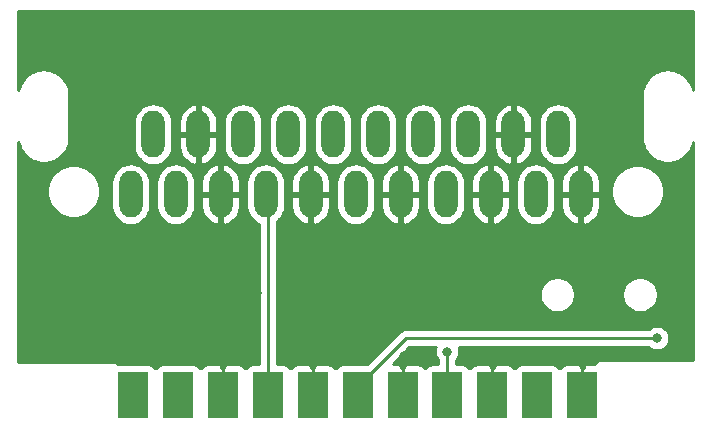
<source format=gbl>
G04 #@! TF.GenerationSoftware,KiCad,Pcbnew,(5.1.0)-1*
G04 #@! TF.CreationDate,2019-04-07T00:40:10-04:00*
G04 #@! TF.ProjectId,Lightgunverter SCART Breakout,4c696768-7467-4756-9e76-657274657220,rev?*
G04 #@! TF.SameCoordinates,Original*
G04 #@! TF.FileFunction,Copper,L2,Bot*
G04 #@! TF.FilePolarity,Positive*
%FSLAX46Y46*%
G04 Gerber Fmt 4.6, Leading zero omitted, Abs format (unit mm)*
G04 Created by KiCad (PCBNEW (5.1.0)-1) date 2019-04-07 00:40:10*
%MOMM*%
%LPD*%
G04 APERTURE LIST*
%ADD10O,1.981200X3.962400*%
%ADD11R,2.500000X4.000000*%
%ADD12C,0.800000*%
%ADD13C,0.250000*%
%ADD14C,0.254000*%
G04 APERTURE END LIST*
D10*
X125730000Y-110490000D03*
X127635000Y-105410000D03*
X129540000Y-110490000D03*
X131445000Y-105410000D03*
X133350000Y-110490000D03*
X135255000Y-105410000D03*
X137160000Y-110490000D03*
X139065000Y-105410000D03*
X140970000Y-110490000D03*
X142875000Y-105410000D03*
X144780000Y-110490000D03*
X146685000Y-105410000D03*
X148590000Y-110490000D03*
X150495000Y-105410000D03*
X152400000Y-110490000D03*
X154305000Y-105410000D03*
X156210000Y-110490000D03*
X158115000Y-105410000D03*
X160020000Y-110490000D03*
X161925000Y-105410000D03*
X163830000Y-110490000D03*
D11*
X163947000Y-127508000D03*
X160147000Y-127508000D03*
X156347000Y-127508000D03*
X152547000Y-127508000D03*
X148747000Y-127508000D03*
X144947000Y-127508000D03*
X141147000Y-127508000D03*
X137347000Y-127508000D03*
X133547000Y-127508000D03*
X129747000Y-127508000D03*
X125947000Y-127508000D03*
D12*
X164719000Y-124079000D03*
X172339000Y-122555000D03*
X153416000Y-117856000D03*
X148844000Y-124206000D03*
X136398000Y-118872000D03*
X170307000Y-122682000D03*
X152527000Y-123825000D03*
D13*
X163947000Y-125258000D02*
X163957000Y-125248000D01*
X163947000Y-127508000D02*
X163947000Y-125258000D01*
X163957000Y-125248000D02*
X163957000Y-124460000D01*
X156347000Y-127508000D02*
X156347000Y-124470000D01*
X148747000Y-127508000D02*
X148747000Y-124303000D01*
X148747000Y-124303000D02*
X148844000Y-124206000D01*
X141147000Y-125258000D02*
X141224000Y-125181000D01*
X141147000Y-127508000D02*
X141147000Y-125258000D01*
X141224000Y-125181000D02*
X141224000Y-124206000D01*
X133547000Y-125258000D02*
X133604000Y-125201000D01*
X133547000Y-127508000D02*
X133547000Y-125258000D01*
X133604000Y-125201000D02*
X133604000Y-123444000D01*
X149737998Y-122682000D02*
X170307000Y-122682000D01*
X149023000Y-122682000D02*
X149737998Y-122682000D01*
X144947000Y-127508000D02*
X144947000Y-126758000D01*
X144947000Y-126758000D02*
X149023000Y-122682000D01*
X137347000Y-110677000D02*
X137160000Y-110490000D01*
X137347000Y-127508000D02*
X137347000Y-110677000D01*
X152547000Y-127508000D02*
X152547000Y-123845000D01*
X152547000Y-123845000D02*
X152527000Y-123825000D01*
D14*
G36*
X151531774Y-123523102D02*
G01*
X151492000Y-123723061D01*
X151492000Y-123926939D01*
X151531774Y-124126898D01*
X151609795Y-124315256D01*
X151723063Y-124484774D01*
X151787001Y-124548712D01*
X151787001Y-124869928D01*
X151297000Y-124869928D01*
X151172518Y-124882188D01*
X151052820Y-124918498D01*
X150942506Y-124977463D01*
X150845815Y-125056815D01*
X150766463Y-125153506D01*
X150729852Y-125222000D01*
X150564148Y-125222000D01*
X150527537Y-125153506D01*
X150448185Y-125056815D01*
X150351494Y-124977463D01*
X150241180Y-124918498D01*
X150121482Y-124882188D01*
X149997000Y-124869928D01*
X149032750Y-124873000D01*
X148874000Y-125031750D01*
X148874000Y-125222000D01*
X148620000Y-125222000D01*
X148620000Y-125031750D01*
X148461250Y-124873000D01*
X147908563Y-124871239D01*
X149337803Y-123442000D01*
X151565368Y-123442000D01*
X151531774Y-123523102D01*
X151531774Y-123523102D01*
G37*
X151531774Y-123523102D02*
X151492000Y-123723061D01*
X151492000Y-123926939D01*
X151531774Y-124126898D01*
X151609795Y-124315256D01*
X151723063Y-124484774D01*
X151787001Y-124548712D01*
X151787001Y-124869928D01*
X151297000Y-124869928D01*
X151172518Y-124882188D01*
X151052820Y-124918498D01*
X150942506Y-124977463D01*
X150845815Y-125056815D01*
X150766463Y-125153506D01*
X150729852Y-125222000D01*
X150564148Y-125222000D01*
X150527537Y-125153506D01*
X150448185Y-125056815D01*
X150351494Y-124977463D01*
X150241180Y-124918498D01*
X150121482Y-124882188D01*
X149997000Y-124869928D01*
X149032750Y-124873000D01*
X148874000Y-125031750D01*
X148874000Y-125222000D01*
X148620000Y-125222000D01*
X148620000Y-125031750D01*
X148461250Y-124873000D01*
X147908563Y-124871239D01*
X149337803Y-123442000D01*
X151565368Y-123442000D01*
X151531774Y-123523102D01*
G36*
X173330000Y-99854418D02*
G01*
X173330001Y-99854428D01*
X173330001Y-101658323D01*
X173318528Y-101600381D01*
X173315803Y-101591578D01*
X173225868Y-101308068D01*
X173202290Y-101253058D01*
X173179508Y-101197783D01*
X173175125Y-101189677D01*
X173031836Y-100929034D01*
X172998048Y-100879687D01*
X172964936Y-100829850D01*
X172959062Y-100822749D01*
X172767876Y-100594904D01*
X172725146Y-100553060D01*
X172682987Y-100510605D01*
X172675846Y-100504781D01*
X172444045Y-100318408D01*
X172394031Y-100285680D01*
X172344398Y-100252202D01*
X172336261Y-100247876D01*
X172072675Y-100110077D01*
X172017219Y-100087672D01*
X171962068Y-100064488D01*
X171953246Y-100061825D01*
X171667915Y-99977847D01*
X171609175Y-99966642D01*
X171550558Y-99954609D01*
X171541386Y-99953710D01*
X171245178Y-99926753D01*
X171185361Y-99927171D01*
X171125544Y-99926753D01*
X171116372Y-99927653D01*
X170820569Y-99958742D01*
X170761972Y-99970771D01*
X170703210Y-99981980D01*
X170694388Y-99984644D01*
X170410257Y-100072598D01*
X170355139Y-100095768D01*
X170299650Y-100118186D01*
X170291514Y-100122513D01*
X170029878Y-100263979D01*
X169980311Y-100297412D01*
X169930232Y-100330183D01*
X169923091Y-100336008D01*
X169693915Y-100525597D01*
X169651774Y-100568034D01*
X169609024Y-100609897D01*
X169603150Y-100616998D01*
X169415164Y-100847492D01*
X169382049Y-100897334D01*
X169348265Y-100946674D01*
X169343882Y-100954781D01*
X169204246Y-101217399D01*
X169181458Y-101272687D01*
X169157886Y-101327683D01*
X169155162Y-101336487D01*
X169069193Y-101621225D01*
X169057570Y-101679925D01*
X169045137Y-101738419D01*
X169044174Y-101747584D01*
X169015150Y-102043596D01*
X169015150Y-102172406D01*
X169035801Y-102276697D01*
X169035800Y-105497952D01*
X169025478Y-105531300D01*
X169016932Y-105612622D01*
X169015299Y-105620870D01*
X169015299Y-105628164D01*
X169012016Y-105659404D01*
X169012016Y-105668620D01*
X169012165Y-105689898D01*
X169015298Y-105719700D01*
X169015298Y-105749680D01*
X169016262Y-105758844D01*
X169049416Y-106054424D01*
X169061853Y-106112936D01*
X169073471Y-106171614D01*
X169076196Y-106180413D01*
X169076197Y-106180419D01*
X169076199Y-106180425D01*
X169166130Y-106463928D01*
X169189691Y-106518899D01*
X169212491Y-106574217D01*
X169216874Y-106582323D01*
X169360163Y-106842965D01*
X169393947Y-106892305D01*
X169427062Y-106942147D01*
X169432936Y-106949247D01*
X169624122Y-107177094D01*
X169666853Y-107218939D01*
X169709013Y-107261395D01*
X169716155Y-107267219D01*
X169947956Y-107453591D01*
X169997968Y-107486318D01*
X170047600Y-107519795D01*
X170055737Y-107524121D01*
X170319323Y-107661921D01*
X170374783Y-107684328D01*
X170429931Y-107707511D01*
X170438753Y-107710174D01*
X170724083Y-107794152D01*
X170782837Y-107805360D01*
X170841441Y-107817390D01*
X170850613Y-107818289D01*
X171146820Y-107845246D01*
X171206638Y-107844828D01*
X171266455Y-107845246D01*
X171275626Y-107844347D01*
X171571430Y-107813257D01*
X171630017Y-107801230D01*
X171688787Y-107790020D01*
X171697609Y-107787356D01*
X171981740Y-107699403D01*
X172036883Y-107676223D01*
X172092348Y-107653814D01*
X172100485Y-107649487D01*
X172362121Y-107508021D01*
X172411705Y-107474576D01*
X172461768Y-107441816D01*
X172468909Y-107435992D01*
X172698085Y-107246401D01*
X172740224Y-107203966D01*
X172782974Y-107162103D01*
X172788848Y-107155002D01*
X172976834Y-106924509D01*
X173009938Y-106874682D01*
X173043733Y-106825327D01*
X173048116Y-106817221D01*
X173187753Y-106554603D01*
X173210560Y-106499269D01*
X173234114Y-106444314D01*
X173236838Y-106435515D01*
X173236840Y-106435509D01*
X173322806Y-106150773D01*
X173330000Y-106114440D01*
X173330000Y-106520582D01*
X173330001Y-124554571D01*
X173330000Y-124554581D01*
X173330000Y-124562000D01*
X165513419Y-124562000D01*
X165481000Y-124558807D01*
X165448581Y-124562000D01*
X165351617Y-124571550D01*
X165227207Y-124609290D01*
X165112550Y-124670575D01*
X165012052Y-124753052D01*
X164929575Y-124853550D01*
X164920350Y-124870809D01*
X164232750Y-124873000D01*
X164074000Y-125031750D01*
X164074000Y-125222000D01*
X163820000Y-125222000D01*
X163820000Y-125031750D01*
X163661250Y-124873000D01*
X162697000Y-124869928D01*
X162572518Y-124882188D01*
X162452820Y-124918498D01*
X162342506Y-124977463D01*
X162245815Y-125056815D01*
X162166463Y-125153506D01*
X162129852Y-125222000D01*
X161964148Y-125222000D01*
X161927537Y-125153506D01*
X161848185Y-125056815D01*
X161751494Y-124977463D01*
X161641180Y-124918498D01*
X161521482Y-124882188D01*
X161397000Y-124869928D01*
X158897000Y-124869928D01*
X158772518Y-124882188D01*
X158652820Y-124918498D01*
X158542506Y-124977463D01*
X158445815Y-125056815D01*
X158366463Y-125153506D01*
X158329852Y-125222000D01*
X158164148Y-125222000D01*
X158127537Y-125153506D01*
X158048185Y-125056815D01*
X157951494Y-124977463D01*
X157841180Y-124918498D01*
X157721482Y-124882188D01*
X157597000Y-124869928D01*
X156632750Y-124873000D01*
X156474000Y-125031750D01*
X156474000Y-125222000D01*
X156220000Y-125222000D01*
X156220000Y-125031750D01*
X156061250Y-124873000D01*
X155097000Y-124869928D01*
X154972518Y-124882188D01*
X154852820Y-124918498D01*
X154742506Y-124977463D01*
X154645815Y-125056815D01*
X154566463Y-125153506D01*
X154529852Y-125222000D01*
X154364148Y-125222000D01*
X154327537Y-125153506D01*
X154248185Y-125056815D01*
X154151494Y-124977463D01*
X154041180Y-124918498D01*
X153921482Y-124882188D01*
X153797000Y-124869928D01*
X153307000Y-124869928D01*
X153307000Y-124508711D01*
X153330937Y-124484774D01*
X153444205Y-124315256D01*
X153522226Y-124126898D01*
X153562000Y-123926939D01*
X153562000Y-123723061D01*
X153522226Y-123523102D01*
X153488632Y-123442000D01*
X169603289Y-123442000D01*
X169647226Y-123485937D01*
X169816744Y-123599205D01*
X170005102Y-123677226D01*
X170205061Y-123717000D01*
X170408939Y-123717000D01*
X170608898Y-123677226D01*
X170797256Y-123599205D01*
X170966774Y-123485937D01*
X171110937Y-123341774D01*
X171224205Y-123172256D01*
X171302226Y-122983898D01*
X171342000Y-122783939D01*
X171342000Y-122580061D01*
X171302226Y-122380102D01*
X171224205Y-122191744D01*
X171110937Y-122022226D01*
X170966774Y-121878063D01*
X170797256Y-121764795D01*
X170608898Y-121686774D01*
X170408939Y-121647000D01*
X170205061Y-121647000D01*
X170005102Y-121686774D01*
X169816744Y-121764795D01*
X169647226Y-121878063D01*
X169603289Y-121922000D01*
X149060322Y-121922000D01*
X149022999Y-121918324D01*
X148985676Y-121922000D01*
X148985667Y-121922000D01*
X148874014Y-121932997D01*
X148730753Y-121976454D01*
X148598724Y-122047026D01*
X148598722Y-122047027D01*
X148598723Y-122047027D01*
X148511996Y-122118201D01*
X148511992Y-122118205D01*
X148482999Y-122141999D01*
X148459205Y-122170992D01*
X145760270Y-124869928D01*
X143697000Y-124869928D01*
X143572518Y-124882188D01*
X143452820Y-124918498D01*
X143342506Y-124977463D01*
X143245815Y-125056815D01*
X143166463Y-125153506D01*
X143129852Y-125222000D01*
X142964148Y-125222000D01*
X142927537Y-125153506D01*
X142848185Y-125056815D01*
X142751494Y-124977463D01*
X142641180Y-124918498D01*
X142521482Y-124882188D01*
X142397000Y-124869928D01*
X141432750Y-124873000D01*
X141274000Y-125031750D01*
X141274000Y-125222000D01*
X141020000Y-125222000D01*
X141020000Y-125031750D01*
X140861250Y-124873000D01*
X139897000Y-124869928D01*
X139772518Y-124882188D01*
X139652820Y-124918498D01*
X139542506Y-124977463D01*
X139445815Y-125056815D01*
X139366463Y-125153506D01*
X139329852Y-125222000D01*
X139164148Y-125222000D01*
X139127537Y-125153506D01*
X139048185Y-125056815D01*
X138951494Y-124977463D01*
X138841180Y-124918498D01*
X138721482Y-124882188D01*
X138597000Y-124869928D01*
X138107000Y-124869928D01*
X138107000Y-118852740D01*
X160370000Y-118852740D01*
X160370000Y-119145260D01*
X160427068Y-119432158D01*
X160539010Y-119702411D01*
X160701525Y-119945632D01*
X160908368Y-120152475D01*
X161151589Y-120314990D01*
X161421842Y-120426932D01*
X161708740Y-120484000D01*
X162001260Y-120484000D01*
X162288158Y-120426932D01*
X162558411Y-120314990D01*
X162801632Y-120152475D01*
X163008475Y-119945632D01*
X163170990Y-119702411D01*
X163282932Y-119432158D01*
X163340000Y-119145260D01*
X163340000Y-118852740D01*
X167370000Y-118852740D01*
X167370000Y-119145260D01*
X167427068Y-119432158D01*
X167539010Y-119702411D01*
X167701525Y-119945632D01*
X167908368Y-120152475D01*
X168151589Y-120314990D01*
X168421842Y-120426932D01*
X168708740Y-120484000D01*
X169001260Y-120484000D01*
X169288158Y-120426932D01*
X169558411Y-120314990D01*
X169801632Y-120152475D01*
X170008475Y-119945632D01*
X170170990Y-119702411D01*
X170282932Y-119432158D01*
X170340000Y-119145260D01*
X170340000Y-118852740D01*
X170282932Y-118565842D01*
X170170990Y-118295589D01*
X170008475Y-118052368D01*
X169801632Y-117845525D01*
X169558411Y-117683010D01*
X169288158Y-117571068D01*
X169001260Y-117514000D01*
X168708740Y-117514000D01*
X168421842Y-117571068D01*
X168151589Y-117683010D01*
X167908368Y-117845525D01*
X167701525Y-118052368D01*
X167539010Y-118295589D01*
X167427068Y-118565842D01*
X167370000Y-118852740D01*
X163340000Y-118852740D01*
X163282932Y-118565842D01*
X163170990Y-118295589D01*
X163008475Y-118052368D01*
X162801632Y-117845525D01*
X162558411Y-117683010D01*
X162288158Y-117571068D01*
X162001260Y-117514000D01*
X161708740Y-117514000D01*
X161421842Y-117571068D01*
X161151589Y-117683010D01*
X160908368Y-117845525D01*
X160701525Y-118052368D01*
X160539010Y-118295589D01*
X160427068Y-118565842D01*
X160370000Y-118852740D01*
X138107000Y-118852740D01*
X138107000Y-112806363D01*
X138315034Y-112635634D01*
X138518177Y-112388105D01*
X138669125Y-112105700D01*
X138762078Y-111799273D01*
X138785600Y-111560454D01*
X138785600Y-110617000D01*
X139344400Y-110617000D01*
X139344400Y-111607600D01*
X139400412Y-111922299D01*
X139516742Y-112220023D01*
X139688920Y-112489332D01*
X139910329Y-112719876D01*
X140172461Y-112902795D01*
X140465242Y-113031060D01*
X140591041Y-113061411D01*
X140843000Y-112941942D01*
X140843000Y-110617000D01*
X141097000Y-110617000D01*
X141097000Y-112941942D01*
X141348959Y-113061411D01*
X141474758Y-113031060D01*
X141767539Y-112902795D01*
X142029671Y-112719876D01*
X142251080Y-112489332D01*
X142423258Y-112220023D01*
X142539588Y-111922299D01*
X142595600Y-111607600D01*
X142595600Y-111560453D01*
X143154400Y-111560453D01*
X143177922Y-111799272D01*
X143270875Y-112105699D01*
X143421823Y-112388104D01*
X143624966Y-112635634D01*
X143872495Y-112838777D01*
X144154900Y-112989725D01*
X144461327Y-113082678D01*
X144780000Y-113114065D01*
X145098672Y-113082678D01*
X145405099Y-112989725D01*
X145687504Y-112838777D01*
X145935034Y-112635634D01*
X146138177Y-112388105D01*
X146289125Y-112105700D01*
X146382078Y-111799273D01*
X146405600Y-111560454D01*
X146405600Y-110617000D01*
X146964400Y-110617000D01*
X146964400Y-111607600D01*
X147020412Y-111922299D01*
X147136742Y-112220023D01*
X147308920Y-112489332D01*
X147530329Y-112719876D01*
X147792461Y-112902795D01*
X148085242Y-113031060D01*
X148211041Y-113061411D01*
X148463000Y-112941942D01*
X148463000Y-110617000D01*
X148717000Y-110617000D01*
X148717000Y-112941942D01*
X148968959Y-113061411D01*
X149094758Y-113031060D01*
X149387539Y-112902795D01*
X149649671Y-112719876D01*
X149871080Y-112489332D01*
X150043258Y-112220023D01*
X150159588Y-111922299D01*
X150215600Y-111607600D01*
X150215600Y-111560453D01*
X150774400Y-111560453D01*
X150797922Y-111799272D01*
X150890875Y-112105699D01*
X151041823Y-112388104D01*
X151244966Y-112635634D01*
X151492495Y-112838777D01*
X151774900Y-112989725D01*
X152081327Y-113082678D01*
X152400000Y-113114065D01*
X152718672Y-113082678D01*
X153025099Y-112989725D01*
X153307504Y-112838777D01*
X153555034Y-112635634D01*
X153758177Y-112388105D01*
X153909125Y-112105700D01*
X154002078Y-111799273D01*
X154025600Y-111560454D01*
X154025600Y-110617000D01*
X154584400Y-110617000D01*
X154584400Y-111607600D01*
X154640412Y-111922299D01*
X154756742Y-112220023D01*
X154928920Y-112489332D01*
X155150329Y-112719876D01*
X155412461Y-112902795D01*
X155705242Y-113031060D01*
X155831041Y-113061411D01*
X156083000Y-112941942D01*
X156083000Y-110617000D01*
X156337000Y-110617000D01*
X156337000Y-112941942D01*
X156588959Y-113061411D01*
X156714758Y-113031060D01*
X157007539Y-112902795D01*
X157269671Y-112719876D01*
X157491080Y-112489332D01*
X157663258Y-112220023D01*
X157779588Y-111922299D01*
X157835600Y-111607600D01*
X157835600Y-111560453D01*
X158394400Y-111560453D01*
X158417922Y-111799272D01*
X158510875Y-112105699D01*
X158661823Y-112388104D01*
X158864966Y-112635634D01*
X159112495Y-112838777D01*
X159394900Y-112989725D01*
X159701327Y-113082678D01*
X160020000Y-113114065D01*
X160338672Y-113082678D01*
X160645099Y-112989725D01*
X160927504Y-112838777D01*
X161175034Y-112635634D01*
X161378177Y-112388105D01*
X161529125Y-112105700D01*
X161622078Y-111799273D01*
X161645600Y-111560454D01*
X161645600Y-110617000D01*
X162204400Y-110617000D01*
X162204400Y-111607600D01*
X162260412Y-111922299D01*
X162376742Y-112220023D01*
X162548920Y-112489332D01*
X162770329Y-112719876D01*
X163032461Y-112902795D01*
X163325242Y-113031060D01*
X163451041Y-113061411D01*
X163703000Y-112941942D01*
X163703000Y-110617000D01*
X163957000Y-110617000D01*
X163957000Y-112941942D01*
X164208959Y-113061411D01*
X164334758Y-113031060D01*
X164627539Y-112902795D01*
X164889671Y-112719876D01*
X165111080Y-112489332D01*
X165283258Y-112220023D01*
X165399588Y-111922299D01*
X165455600Y-111607600D01*
X165455600Y-110617000D01*
X163957000Y-110617000D01*
X163703000Y-110617000D01*
X162204400Y-110617000D01*
X161645600Y-110617000D01*
X161645600Y-109419546D01*
X161640957Y-109372400D01*
X162204400Y-109372400D01*
X162204400Y-110363000D01*
X163703000Y-110363000D01*
X163703000Y-108038058D01*
X163957000Y-108038058D01*
X163957000Y-110363000D01*
X165455600Y-110363000D01*
X165455600Y-110015872D01*
X166421000Y-110015872D01*
X166421000Y-110456128D01*
X166506890Y-110887925D01*
X166675369Y-111294669D01*
X166919962Y-111660729D01*
X167231271Y-111972038D01*
X167597331Y-112216631D01*
X168004075Y-112385110D01*
X168435872Y-112471000D01*
X168876128Y-112471000D01*
X169307925Y-112385110D01*
X169714669Y-112216631D01*
X170080729Y-111972038D01*
X170392038Y-111660729D01*
X170636631Y-111294669D01*
X170805110Y-110887925D01*
X170891000Y-110456128D01*
X170891000Y-110015872D01*
X170805110Y-109584075D01*
X170636631Y-109177331D01*
X170392038Y-108811271D01*
X170080729Y-108499962D01*
X169714669Y-108255369D01*
X169307925Y-108086890D01*
X168876128Y-108001000D01*
X168435872Y-108001000D01*
X168004075Y-108086890D01*
X167597331Y-108255369D01*
X167231271Y-108499962D01*
X166919962Y-108811271D01*
X166675369Y-109177331D01*
X166506890Y-109584075D01*
X166421000Y-110015872D01*
X165455600Y-110015872D01*
X165455600Y-109372400D01*
X165399588Y-109057701D01*
X165283258Y-108759977D01*
X165111080Y-108490668D01*
X164889671Y-108260124D01*
X164627539Y-108077205D01*
X164334758Y-107948940D01*
X164208959Y-107918589D01*
X163957000Y-108038058D01*
X163703000Y-108038058D01*
X163451041Y-107918589D01*
X163325242Y-107948940D01*
X163032461Y-108077205D01*
X162770329Y-108260124D01*
X162548920Y-108490668D01*
X162376742Y-108759977D01*
X162260412Y-109057701D01*
X162204400Y-109372400D01*
X161640957Y-109372400D01*
X161622078Y-109180727D01*
X161529125Y-108874300D01*
X161378177Y-108591895D01*
X161175034Y-108344366D01*
X160927505Y-108141223D01*
X160645100Y-107990275D01*
X160338673Y-107897322D01*
X160020000Y-107865935D01*
X159701328Y-107897322D01*
X159394901Y-107990275D01*
X159112496Y-108141223D01*
X158864967Y-108344366D01*
X158661824Y-108591895D01*
X158510876Y-108874300D01*
X158417923Y-109180727D01*
X158394401Y-109419546D01*
X158394400Y-111560453D01*
X157835600Y-111560453D01*
X157835600Y-110617000D01*
X156337000Y-110617000D01*
X156083000Y-110617000D01*
X154584400Y-110617000D01*
X154025600Y-110617000D01*
X154025600Y-109419546D01*
X154020957Y-109372400D01*
X154584400Y-109372400D01*
X154584400Y-110363000D01*
X156083000Y-110363000D01*
X156083000Y-108038058D01*
X156337000Y-108038058D01*
X156337000Y-110363000D01*
X157835600Y-110363000D01*
X157835600Y-109372400D01*
X157779588Y-109057701D01*
X157663258Y-108759977D01*
X157491080Y-108490668D01*
X157269671Y-108260124D01*
X157007539Y-108077205D01*
X156714758Y-107948940D01*
X156588959Y-107918589D01*
X156337000Y-108038058D01*
X156083000Y-108038058D01*
X155831041Y-107918589D01*
X155705242Y-107948940D01*
X155412461Y-108077205D01*
X155150329Y-108260124D01*
X154928920Y-108490668D01*
X154756742Y-108759977D01*
X154640412Y-109057701D01*
X154584400Y-109372400D01*
X154020957Y-109372400D01*
X154002078Y-109180727D01*
X153909125Y-108874300D01*
X153758177Y-108591895D01*
X153555034Y-108344366D01*
X153307505Y-108141223D01*
X153025100Y-107990275D01*
X152718673Y-107897322D01*
X152400000Y-107865935D01*
X152081328Y-107897322D01*
X151774901Y-107990275D01*
X151492496Y-108141223D01*
X151244967Y-108344366D01*
X151041824Y-108591895D01*
X150890876Y-108874300D01*
X150797923Y-109180727D01*
X150774401Y-109419546D01*
X150774400Y-111560453D01*
X150215600Y-111560453D01*
X150215600Y-110617000D01*
X148717000Y-110617000D01*
X148463000Y-110617000D01*
X146964400Y-110617000D01*
X146405600Y-110617000D01*
X146405600Y-109419546D01*
X146400957Y-109372400D01*
X146964400Y-109372400D01*
X146964400Y-110363000D01*
X148463000Y-110363000D01*
X148463000Y-108038058D01*
X148717000Y-108038058D01*
X148717000Y-110363000D01*
X150215600Y-110363000D01*
X150215600Y-109372400D01*
X150159588Y-109057701D01*
X150043258Y-108759977D01*
X149871080Y-108490668D01*
X149649671Y-108260124D01*
X149387539Y-108077205D01*
X149094758Y-107948940D01*
X148968959Y-107918589D01*
X148717000Y-108038058D01*
X148463000Y-108038058D01*
X148211041Y-107918589D01*
X148085242Y-107948940D01*
X147792461Y-108077205D01*
X147530329Y-108260124D01*
X147308920Y-108490668D01*
X147136742Y-108759977D01*
X147020412Y-109057701D01*
X146964400Y-109372400D01*
X146400957Y-109372400D01*
X146382078Y-109180727D01*
X146289125Y-108874300D01*
X146138177Y-108591895D01*
X145935034Y-108344366D01*
X145687505Y-108141223D01*
X145405100Y-107990275D01*
X145098673Y-107897322D01*
X144780000Y-107865935D01*
X144461328Y-107897322D01*
X144154901Y-107990275D01*
X143872496Y-108141223D01*
X143624967Y-108344366D01*
X143421824Y-108591895D01*
X143270876Y-108874300D01*
X143177923Y-109180727D01*
X143154401Y-109419546D01*
X143154400Y-111560453D01*
X142595600Y-111560453D01*
X142595600Y-110617000D01*
X141097000Y-110617000D01*
X140843000Y-110617000D01*
X139344400Y-110617000D01*
X138785600Y-110617000D01*
X138785600Y-109419546D01*
X138780957Y-109372400D01*
X139344400Y-109372400D01*
X139344400Y-110363000D01*
X140843000Y-110363000D01*
X140843000Y-108038058D01*
X141097000Y-108038058D01*
X141097000Y-110363000D01*
X142595600Y-110363000D01*
X142595600Y-109372400D01*
X142539588Y-109057701D01*
X142423258Y-108759977D01*
X142251080Y-108490668D01*
X142029671Y-108260124D01*
X141767539Y-108077205D01*
X141474758Y-107948940D01*
X141348959Y-107918589D01*
X141097000Y-108038058D01*
X140843000Y-108038058D01*
X140591041Y-107918589D01*
X140465242Y-107948940D01*
X140172461Y-108077205D01*
X139910329Y-108260124D01*
X139688920Y-108490668D01*
X139516742Y-108759977D01*
X139400412Y-109057701D01*
X139344400Y-109372400D01*
X138780957Y-109372400D01*
X138762078Y-109180727D01*
X138669125Y-108874300D01*
X138518177Y-108591895D01*
X138315034Y-108344366D01*
X138067505Y-108141223D01*
X137785100Y-107990275D01*
X137478673Y-107897322D01*
X137160000Y-107865935D01*
X136841328Y-107897322D01*
X136534901Y-107990275D01*
X136252496Y-108141223D01*
X136004967Y-108344366D01*
X135801824Y-108591895D01*
X135650876Y-108874300D01*
X135557923Y-109180727D01*
X135534401Y-109419546D01*
X135534400Y-111560453D01*
X135557922Y-111799272D01*
X135650875Y-112105699D01*
X135801823Y-112388104D01*
X136004966Y-112635634D01*
X136252495Y-112838777D01*
X136534900Y-112989725D01*
X136587001Y-113005530D01*
X136587000Y-124869928D01*
X136097000Y-124869928D01*
X135972518Y-124882188D01*
X135852820Y-124918498D01*
X135742506Y-124977463D01*
X135645815Y-125056815D01*
X135566463Y-125153506D01*
X135529852Y-125222000D01*
X135364148Y-125222000D01*
X135327537Y-125153506D01*
X135248185Y-125056815D01*
X135151494Y-124977463D01*
X135041180Y-124918498D01*
X134921482Y-124882188D01*
X134797000Y-124869928D01*
X133832750Y-124873000D01*
X133674000Y-125031750D01*
X133674000Y-125222000D01*
X133420000Y-125222000D01*
X133420000Y-125031750D01*
X133261250Y-124873000D01*
X132297000Y-124869928D01*
X132172518Y-124882188D01*
X132052820Y-124918498D01*
X131942506Y-124977463D01*
X131845815Y-125056815D01*
X131766463Y-125153506D01*
X131729852Y-125222000D01*
X131564148Y-125222000D01*
X131527537Y-125153506D01*
X131448185Y-125056815D01*
X131351494Y-124977463D01*
X131241180Y-124918498D01*
X131121482Y-124882188D01*
X130997000Y-124869928D01*
X128497000Y-124869928D01*
X128372518Y-124882188D01*
X128252820Y-124918498D01*
X128142506Y-124977463D01*
X128045815Y-125056815D01*
X127966463Y-125153506D01*
X127929852Y-125222000D01*
X127764148Y-125222000D01*
X127727537Y-125153506D01*
X127648185Y-125056815D01*
X127551494Y-124977463D01*
X127441180Y-124918498D01*
X127321482Y-124882188D01*
X127197000Y-124869928D01*
X124697000Y-124869928D01*
X124666297Y-124872952D01*
X124574450Y-124797575D01*
X124459793Y-124736290D01*
X124335383Y-124698550D01*
X124238419Y-124689000D01*
X124206000Y-124685807D01*
X124173581Y-124689000D01*
X116230000Y-124689000D01*
X116230000Y-110015872D01*
X118669000Y-110015872D01*
X118669000Y-110456128D01*
X118754890Y-110887925D01*
X118923369Y-111294669D01*
X119167962Y-111660729D01*
X119479271Y-111972038D01*
X119845331Y-112216631D01*
X120252075Y-112385110D01*
X120683872Y-112471000D01*
X121124128Y-112471000D01*
X121555925Y-112385110D01*
X121962669Y-112216631D01*
X122328729Y-111972038D01*
X122640038Y-111660729D01*
X122707040Y-111560453D01*
X124104400Y-111560453D01*
X124127922Y-111799272D01*
X124220875Y-112105699D01*
X124371823Y-112388104D01*
X124574966Y-112635634D01*
X124822495Y-112838777D01*
X125104900Y-112989725D01*
X125411327Y-113082678D01*
X125730000Y-113114065D01*
X126048672Y-113082678D01*
X126355099Y-112989725D01*
X126637504Y-112838777D01*
X126885034Y-112635634D01*
X127088177Y-112388105D01*
X127239125Y-112105700D01*
X127332078Y-111799273D01*
X127355600Y-111560454D01*
X127355600Y-111560453D01*
X127914400Y-111560453D01*
X127937922Y-111799272D01*
X128030875Y-112105699D01*
X128181823Y-112388104D01*
X128384966Y-112635634D01*
X128632495Y-112838777D01*
X128914900Y-112989725D01*
X129221327Y-113082678D01*
X129540000Y-113114065D01*
X129858672Y-113082678D01*
X130165099Y-112989725D01*
X130447504Y-112838777D01*
X130695034Y-112635634D01*
X130898177Y-112388105D01*
X131049125Y-112105700D01*
X131142078Y-111799273D01*
X131165600Y-111560454D01*
X131165600Y-110617000D01*
X131724400Y-110617000D01*
X131724400Y-111607600D01*
X131780412Y-111922299D01*
X131896742Y-112220023D01*
X132068920Y-112489332D01*
X132290329Y-112719876D01*
X132552461Y-112902795D01*
X132845242Y-113031060D01*
X132971041Y-113061411D01*
X133223000Y-112941942D01*
X133223000Y-110617000D01*
X133477000Y-110617000D01*
X133477000Y-112941942D01*
X133728959Y-113061411D01*
X133854758Y-113031060D01*
X134147539Y-112902795D01*
X134409671Y-112719876D01*
X134631080Y-112489332D01*
X134803258Y-112220023D01*
X134919588Y-111922299D01*
X134975600Y-111607600D01*
X134975600Y-110617000D01*
X133477000Y-110617000D01*
X133223000Y-110617000D01*
X131724400Y-110617000D01*
X131165600Y-110617000D01*
X131165600Y-109419546D01*
X131160957Y-109372400D01*
X131724400Y-109372400D01*
X131724400Y-110363000D01*
X133223000Y-110363000D01*
X133223000Y-108038058D01*
X133477000Y-108038058D01*
X133477000Y-110363000D01*
X134975600Y-110363000D01*
X134975600Y-109372400D01*
X134919588Y-109057701D01*
X134803258Y-108759977D01*
X134631080Y-108490668D01*
X134409671Y-108260124D01*
X134147539Y-108077205D01*
X133854758Y-107948940D01*
X133728959Y-107918589D01*
X133477000Y-108038058D01*
X133223000Y-108038058D01*
X132971041Y-107918589D01*
X132845242Y-107948940D01*
X132552461Y-108077205D01*
X132290329Y-108260124D01*
X132068920Y-108490668D01*
X131896742Y-108759977D01*
X131780412Y-109057701D01*
X131724400Y-109372400D01*
X131160957Y-109372400D01*
X131142078Y-109180727D01*
X131049125Y-108874300D01*
X130898177Y-108591895D01*
X130695034Y-108344366D01*
X130447505Y-108141223D01*
X130165100Y-107990275D01*
X129858673Y-107897322D01*
X129540000Y-107865935D01*
X129221328Y-107897322D01*
X128914901Y-107990275D01*
X128632496Y-108141223D01*
X128384967Y-108344366D01*
X128181824Y-108591895D01*
X128030876Y-108874300D01*
X127937923Y-109180727D01*
X127914401Y-109419546D01*
X127914400Y-111560453D01*
X127355600Y-111560453D01*
X127355600Y-109419546D01*
X127332078Y-109180727D01*
X127239125Y-108874300D01*
X127088177Y-108591895D01*
X126885034Y-108344366D01*
X126637505Y-108141223D01*
X126355100Y-107990275D01*
X126048673Y-107897322D01*
X125730000Y-107865935D01*
X125411328Y-107897322D01*
X125104901Y-107990275D01*
X124822496Y-108141223D01*
X124574967Y-108344366D01*
X124371824Y-108591895D01*
X124220876Y-108874300D01*
X124127923Y-109180727D01*
X124104401Y-109419546D01*
X124104400Y-111560453D01*
X122707040Y-111560453D01*
X122884631Y-111294669D01*
X123053110Y-110887925D01*
X123139000Y-110456128D01*
X123139000Y-110015872D01*
X123053110Y-109584075D01*
X122884631Y-109177331D01*
X122640038Y-108811271D01*
X122328729Y-108499962D01*
X121962669Y-108255369D01*
X121555925Y-108086890D01*
X121124128Y-108001000D01*
X120683872Y-108001000D01*
X120252075Y-108086890D01*
X119845331Y-108255369D01*
X119479271Y-108499962D01*
X119167962Y-108811271D01*
X118923369Y-109177331D01*
X118754890Y-109584075D01*
X118669000Y-110015872D01*
X116230000Y-110015872D01*
X116230000Y-106113678D01*
X116241471Y-106171614D01*
X116244196Y-106180413D01*
X116244197Y-106180419D01*
X116244199Y-106180425D01*
X116334130Y-106463928D01*
X116357691Y-106518899D01*
X116380491Y-106574217D01*
X116384874Y-106582323D01*
X116528163Y-106842965D01*
X116561947Y-106892305D01*
X116595062Y-106942147D01*
X116600936Y-106949247D01*
X116792122Y-107177094D01*
X116834853Y-107218939D01*
X116877013Y-107261395D01*
X116884155Y-107267219D01*
X117115956Y-107453591D01*
X117165968Y-107486318D01*
X117215600Y-107519795D01*
X117223737Y-107524121D01*
X117487323Y-107661921D01*
X117542783Y-107684328D01*
X117597931Y-107707511D01*
X117606753Y-107710174D01*
X117892083Y-107794152D01*
X117950837Y-107805360D01*
X118009441Y-107817390D01*
X118018613Y-107818289D01*
X118314820Y-107845246D01*
X118374638Y-107844828D01*
X118434455Y-107845246D01*
X118443626Y-107844347D01*
X118739430Y-107813257D01*
X118798017Y-107801230D01*
X118856787Y-107790020D01*
X118865609Y-107787356D01*
X119149740Y-107699403D01*
X119204883Y-107676223D01*
X119260348Y-107653814D01*
X119268485Y-107649487D01*
X119530121Y-107508021D01*
X119579705Y-107474576D01*
X119629768Y-107441816D01*
X119636909Y-107435992D01*
X119866085Y-107246401D01*
X119908224Y-107203966D01*
X119950974Y-107162103D01*
X119956848Y-107155002D01*
X120144834Y-106924509D01*
X120177938Y-106874682D01*
X120211733Y-106825327D01*
X120216116Y-106817221D01*
X120355753Y-106554603D01*
X120378560Y-106499269D01*
X120386624Y-106480453D01*
X126009400Y-106480453D01*
X126032922Y-106719272D01*
X126125875Y-107025699D01*
X126276823Y-107308104D01*
X126479966Y-107555634D01*
X126727495Y-107758777D01*
X127009900Y-107909725D01*
X127316327Y-108002678D01*
X127635000Y-108034065D01*
X127953672Y-108002678D01*
X128260099Y-107909725D01*
X128542504Y-107758777D01*
X128790034Y-107555634D01*
X128993177Y-107308105D01*
X129144125Y-107025700D01*
X129237078Y-106719273D01*
X129260600Y-106480454D01*
X129260600Y-105537000D01*
X129819400Y-105537000D01*
X129819400Y-106527600D01*
X129875412Y-106842299D01*
X129991742Y-107140023D01*
X130163920Y-107409332D01*
X130385329Y-107639876D01*
X130647461Y-107822795D01*
X130940242Y-107951060D01*
X131066041Y-107981411D01*
X131318000Y-107861942D01*
X131318000Y-105537000D01*
X131572000Y-105537000D01*
X131572000Y-107861942D01*
X131823959Y-107981411D01*
X131949758Y-107951060D01*
X132242539Y-107822795D01*
X132504671Y-107639876D01*
X132726080Y-107409332D01*
X132898258Y-107140023D01*
X133014588Y-106842299D01*
X133070600Y-106527600D01*
X133070600Y-106480453D01*
X133629400Y-106480453D01*
X133652922Y-106719272D01*
X133745875Y-107025699D01*
X133896823Y-107308104D01*
X134099966Y-107555634D01*
X134347495Y-107758777D01*
X134629900Y-107909725D01*
X134936327Y-108002678D01*
X135255000Y-108034065D01*
X135573672Y-108002678D01*
X135880099Y-107909725D01*
X136162504Y-107758777D01*
X136410034Y-107555634D01*
X136613177Y-107308105D01*
X136764125Y-107025700D01*
X136857078Y-106719273D01*
X136880600Y-106480454D01*
X136880600Y-106480453D01*
X137439400Y-106480453D01*
X137462922Y-106719272D01*
X137555875Y-107025699D01*
X137706823Y-107308104D01*
X137909966Y-107555634D01*
X138157495Y-107758777D01*
X138439900Y-107909725D01*
X138746327Y-108002678D01*
X139065000Y-108034065D01*
X139383672Y-108002678D01*
X139690099Y-107909725D01*
X139972504Y-107758777D01*
X140220034Y-107555634D01*
X140423177Y-107308105D01*
X140574125Y-107025700D01*
X140667078Y-106719273D01*
X140690600Y-106480454D01*
X140690600Y-106480453D01*
X141249400Y-106480453D01*
X141272922Y-106719272D01*
X141365875Y-107025699D01*
X141516823Y-107308104D01*
X141719966Y-107555634D01*
X141967495Y-107758777D01*
X142249900Y-107909725D01*
X142556327Y-108002678D01*
X142875000Y-108034065D01*
X143193672Y-108002678D01*
X143500099Y-107909725D01*
X143782504Y-107758777D01*
X144030034Y-107555634D01*
X144233177Y-107308105D01*
X144384125Y-107025700D01*
X144477078Y-106719273D01*
X144500600Y-106480454D01*
X144500600Y-106480453D01*
X145059400Y-106480453D01*
X145082922Y-106719272D01*
X145175875Y-107025699D01*
X145326823Y-107308104D01*
X145529966Y-107555634D01*
X145777495Y-107758777D01*
X146059900Y-107909725D01*
X146366327Y-108002678D01*
X146685000Y-108034065D01*
X147003672Y-108002678D01*
X147310099Y-107909725D01*
X147592504Y-107758777D01*
X147840034Y-107555634D01*
X148043177Y-107308105D01*
X148194125Y-107025700D01*
X148287078Y-106719273D01*
X148310600Y-106480454D01*
X148310600Y-106480453D01*
X148869400Y-106480453D01*
X148892922Y-106719272D01*
X148985875Y-107025699D01*
X149136823Y-107308104D01*
X149339966Y-107555634D01*
X149587495Y-107758777D01*
X149869900Y-107909725D01*
X150176327Y-108002678D01*
X150495000Y-108034065D01*
X150813672Y-108002678D01*
X151120099Y-107909725D01*
X151402504Y-107758777D01*
X151650034Y-107555634D01*
X151853177Y-107308105D01*
X152004125Y-107025700D01*
X152097078Y-106719273D01*
X152120600Y-106480454D01*
X152120600Y-106480453D01*
X152679400Y-106480453D01*
X152702922Y-106719272D01*
X152795875Y-107025699D01*
X152946823Y-107308104D01*
X153149966Y-107555634D01*
X153397495Y-107758777D01*
X153679900Y-107909725D01*
X153986327Y-108002678D01*
X154305000Y-108034065D01*
X154623672Y-108002678D01*
X154930099Y-107909725D01*
X155212504Y-107758777D01*
X155460034Y-107555634D01*
X155663177Y-107308105D01*
X155814125Y-107025700D01*
X155907078Y-106719273D01*
X155930600Y-106480454D01*
X155930600Y-105537000D01*
X156489400Y-105537000D01*
X156489400Y-106527600D01*
X156545412Y-106842299D01*
X156661742Y-107140023D01*
X156833920Y-107409332D01*
X157055329Y-107639876D01*
X157317461Y-107822795D01*
X157610242Y-107951060D01*
X157736041Y-107981411D01*
X157988000Y-107861942D01*
X157988000Y-105537000D01*
X158242000Y-105537000D01*
X158242000Y-107861942D01*
X158493959Y-107981411D01*
X158619758Y-107951060D01*
X158912539Y-107822795D01*
X159174671Y-107639876D01*
X159396080Y-107409332D01*
X159568258Y-107140023D01*
X159684588Y-106842299D01*
X159740600Y-106527600D01*
X159740600Y-106480453D01*
X160299400Y-106480453D01*
X160322922Y-106719272D01*
X160415875Y-107025699D01*
X160566823Y-107308104D01*
X160769966Y-107555634D01*
X161017495Y-107758777D01*
X161299900Y-107909725D01*
X161606327Y-108002678D01*
X161925000Y-108034065D01*
X162243672Y-108002678D01*
X162550099Y-107909725D01*
X162832504Y-107758777D01*
X163080034Y-107555634D01*
X163283177Y-107308105D01*
X163434125Y-107025700D01*
X163527078Y-106719273D01*
X163550600Y-106480454D01*
X163550600Y-104339546D01*
X163527078Y-104100727D01*
X163434125Y-103794300D01*
X163283177Y-103511895D01*
X163080034Y-103264366D01*
X162832505Y-103061223D01*
X162550100Y-102910275D01*
X162243673Y-102817322D01*
X161925000Y-102785935D01*
X161606328Y-102817322D01*
X161299901Y-102910275D01*
X161017496Y-103061223D01*
X160769967Y-103264366D01*
X160566824Y-103511895D01*
X160415876Y-103794300D01*
X160322923Y-104100727D01*
X160299401Y-104339546D01*
X160299400Y-106480453D01*
X159740600Y-106480453D01*
X159740600Y-105537000D01*
X158242000Y-105537000D01*
X157988000Y-105537000D01*
X156489400Y-105537000D01*
X155930600Y-105537000D01*
X155930600Y-104339546D01*
X155925957Y-104292400D01*
X156489400Y-104292400D01*
X156489400Y-105283000D01*
X157988000Y-105283000D01*
X157988000Y-102958058D01*
X158242000Y-102958058D01*
X158242000Y-105283000D01*
X159740600Y-105283000D01*
X159740600Y-104292400D01*
X159684588Y-103977701D01*
X159568258Y-103679977D01*
X159396080Y-103410668D01*
X159174671Y-103180124D01*
X158912539Y-102997205D01*
X158619758Y-102868940D01*
X158493959Y-102838589D01*
X158242000Y-102958058D01*
X157988000Y-102958058D01*
X157736041Y-102838589D01*
X157610242Y-102868940D01*
X157317461Y-102997205D01*
X157055329Y-103180124D01*
X156833920Y-103410668D01*
X156661742Y-103679977D01*
X156545412Y-103977701D01*
X156489400Y-104292400D01*
X155925957Y-104292400D01*
X155907078Y-104100727D01*
X155814125Y-103794300D01*
X155663177Y-103511895D01*
X155460034Y-103264366D01*
X155212505Y-103061223D01*
X154930100Y-102910275D01*
X154623673Y-102817322D01*
X154305000Y-102785935D01*
X153986328Y-102817322D01*
X153679901Y-102910275D01*
X153397496Y-103061223D01*
X153149967Y-103264366D01*
X152946824Y-103511895D01*
X152795876Y-103794300D01*
X152702923Y-104100727D01*
X152679401Y-104339546D01*
X152679400Y-106480453D01*
X152120600Y-106480453D01*
X152120600Y-104339546D01*
X152097078Y-104100727D01*
X152004125Y-103794300D01*
X151853177Y-103511895D01*
X151650034Y-103264366D01*
X151402505Y-103061223D01*
X151120100Y-102910275D01*
X150813673Y-102817322D01*
X150495000Y-102785935D01*
X150176328Y-102817322D01*
X149869901Y-102910275D01*
X149587496Y-103061223D01*
X149339967Y-103264366D01*
X149136824Y-103511895D01*
X148985876Y-103794300D01*
X148892923Y-104100727D01*
X148869401Y-104339546D01*
X148869400Y-106480453D01*
X148310600Y-106480453D01*
X148310600Y-104339546D01*
X148287078Y-104100727D01*
X148194125Y-103794300D01*
X148043177Y-103511895D01*
X147840034Y-103264366D01*
X147592505Y-103061223D01*
X147310100Y-102910275D01*
X147003673Y-102817322D01*
X146685000Y-102785935D01*
X146366328Y-102817322D01*
X146059901Y-102910275D01*
X145777496Y-103061223D01*
X145529967Y-103264366D01*
X145326824Y-103511895D01*
X145175876Y-103794300D01*
X145082923Y-104100727D01*
X145059401Y-104339546D01*
X145059400Y-106480453D01*
X144500600Y-106480453D01*
X144500600Y-104339546D01*
X144477078Y-104100727D01*
X144384125Y-103794300D01*
X144233177Y-103511895D01*
X144030034Y-103264366D01*
X143782505Y-103061223D01*
X143500100Y-102910275D01*
X143193673Y-102817322D01*
X142875000Y-102785935D01*
X142556328Y-102817322D01*
X142249901Y-102910275D01*
X141967496Y-103061223D01*
X141719967Y-103264366D01*
X141516824Y-103511895D01*
X141365876Y-103794300D01*
X141272923Y-104100727D01*
X141249401Y-104339546D01*
X141249400Y-106480453D01*
X140690600Y-106480453D01*
X140690600Y-104339546D01*
X140667078Y-104100727D01*
X140574125Y-103794300D01*
X140423177Y-103511895D01*
X140220034Y-103264366D01*
X139972505Y-103061223D01*
X139690100Y-102910275D01*
X139383673Y-102817322D01*
X139065000Y-102785935D01*
X138746328Y-102817322D01*
X138439901Y-102910275D01*
X138157496Y-103061223D01*
X137909967Y-103264366D01*
X137706824Y-103511895D01*
X137555876Y-103794300D01*
X137462923Y-104100727D01*
X137439401Y-104339546D01*
X137439400Y-106480453D01*
X136880600Y-106480453D01*
X136880600Y-104339546D01*
X136857078Y-104100727D01*
X136764125Y-103794300D01*
X136613177Y-103511895D01*
X136410034Y-103264366D01*
X136162505Y-103061223D01*
X135880100Y-102910275D01*
X135573673Y-102817322D01*
X135255000Y-102785935D01*
X134936328Y-102817322D01*
X134629901Y-102910275D01*
X134347496Y-103061223D01*
X134099967Y-103264366D01*
X133896824Y-103511895D01*
X133745876Y-103794300D01*
X133652923Y-104100727D01*
X133629401Y-104339546D01*
X133629400Y-106480453D01*
X133070600Y-106480453D01*
X133070600Y-105537000D01*
X131572000Y-105537000D01*
X131318000Y-105537000D01*
X129819400Y-105537000D01*
X129260600Y-105537000D01*
X129260600Y-104339546D01*
X129255957Y-104292400D01*
X129819400Y-104292400D01*
X129819400Y-105283000D01*
X131318000Y-105283000D01*
X131318000Y-102958058D01*
X131572000Y-102958058D01*
X131572000Y-105283000D01*
X133070600Y-105283000D01*
X133070600Y-104292400D01*
X133014588Y-103977701D01*
X132898258Y-103679977D01*
X132726080Y-103410668D01*
X132504671Y-103180124D01*
X132242539Y-102997205D01*
X131949758Y-102868940D01*
X131823959Y-102838589D01*
X131572000Y-102958058D01*
X131318000Y-102958058D01*
X131066041Y-102838589D01*
X130940242Y-102868940D01*
X130647461Y-102997205D01*
X130385329Y-103180124D01*
X130163920Y-103410668D01*
X129991742Y-103679977D01*
X129875412Y-103977701D01*
X129819400Y-104292400D01*
X129255957Y-104292400D01*
X129237078Y-104100727D01*
X129144125Y-103794300D01*
X128993177Y-103511895D01*
X128790034Y-103264366D01*
X128542505Y-103061223D01*
X128260100Y-102910275D01*
X127953673Y-102817322D01*
X127635000Y-102785935D01*
X127316328Y-102817322D01*
X127009901Y-102910275D01*
X126727496Y-103061223D01*
X126479967Y-103264366D01*
X126276824Y-103511895D01*
X126125876Y-103794300D01*
X126032923Y-104100727D01*
X126009401Y-104339546D01*
X126009400Y-106480453D01*
X120386624Y-106480453D01*
X120402114Y-106444314D01*
X120404838Y-106435515D01*
X120404840Y-106435509D01*
X120490806Y-106150773D01*
X120502422Y-106092108D01*
X120514862Y-106033584D01*
X120515825Y-106024419D01*
X120544850Y-105728406D01*
X120544850Y-105599596D01*
X120524200Y-105495305D01*
X120524200Y-102274047D01*
X120534522Y-102240699D01*
X120543068Y-102159377D01*
X120544701Y-102151129D01*
X120544701Y-102143835D01*
X120547984Y-102112594D01*
X120547984Y-102103379D01*
X120547835Y-102082100D01*
X120544702Y-102052298D01*
X120544702Y-102022319D01*
X120543738Y-102013154D01*
X120510584Y-101717575D01*
X120498151Y-101659081D01*
X120486528Y-101600381D01*
X120483803Y-101591578D01*
X120393868Y-101308068D01*
X120370290Y-101253058D01*
X120347508Y-101197783D01*
X120343125Y-101189677D01*
X120199836Y-100929034D01*
X120166048Y-100879687D01*
X120132936Y-100829850D01*
X120127062Y-100822749D01*
X119935876Y-100594904D01*
X119893146Y-100553060D01*
X119850987Y-100510605D01*
X119843846Y-100504781D01*
X119612045Y-100318408D01*
X119562031Y-100285680D01*
X119512398Y-100252202D01*
X119504261Y-100247876D01*
X119240675Y-100110077D01*
X119185219Y-100087672D01*
X119130068Y-100064488D01*
X119121246Y-100061825D01*
X118835915Y-99977847D01*
X118777175Y-99966642D01*
X118718558Y-99954609D01*
X118709386Y-99953710D01*
X118413178Y-99926753D01*
X118353361Y-99927171D01*
X118293544Y-99926753D01*
X118284372Y-99927653D01*
X117988569Y-99958742D01*
X117929972Y-99970771D01*
X117871210Y-99981980D01*
X117862388Y-99984644D01*
X117578257Y-100072598D01*
X117523139Y-100095768D01*
X117467650Y-100118186D01*
X117459514Y-100122513D01*
X117197878Y-100263979D01*
X117148311Y-100297412D01*
X117098232Y-100330183D01*
X117091091Y-100336008D01*
X116861915Y-100525597D01*
X116819774Y-100568034D01*
X116777024Y-100609897D01*
X116771150Y-100616998D01*
X116583164Y-100847492D01*
X116550049Y-100897334D01*
X116516265Y-100946674D01*
X116511882Y-100954781D01*
X116372246Y-101217399D01*
X116349458Y-101272687D01*
X116325886Y-101327683D01*
X116323162Y-101336487D01*
X116237193Y-101621225D01*
X116230000Y-101657553D01*
X116230000Y-95021000D01*
X173330001Y-95021000D01*
X173330000Y-99854418D01*
X173330000Y-99854418D01*
G37*
X173330000Y-99854418D02*
X173330001Y-99854428D01*
X173330001Y-101658323D01*
X173318528Y-101600381D01*
X173315803Y-101591578D01*
X173225868Y-101308068D01*
X173202290Y-101253058D01*
X173179508Y-101197783D01*
X173175125Y-101189677D01*
X173031836Y-100929034D01*
X172998048Y-100879687D01*
X172964936Y-100829850D01*
X172959062Y-100822749D01*
X172767876Y-100594904D01*
X172725146Y-100553060D01*
X172682987Y-100510605D01*
X172675846Y-100504781D01*
X172444045Y-100318408D01*
X172394031Y-100285680D01*
X172344398Y-100252202D01*
X172336261Y-100247876D01*
X172072675Y-100110077D01*
X172017219Y-100087672D01*
X171962068Y-100064488D01*
X171953246Y-100061825D01*
X171667915Y-99977847D01*
X171609175Y-99966642D01*
X171550558Y-99954609D01*
X171541386Y-99953710D01*
X171245178Y-99926753D01*
X171185361Y-99927171D01*
X171125544Y-99926753D01*
X171116372Y-99927653D01*
X170820569Y-99958742D01*
X170761972Y-99970771D01*
X170703210Y-99981980D01*
X170694388Y-99984644D01*
X170410257Y-100072598D01*
X170355139Y-100095768D01*
X170299650Y-100118186D01*
X170291514Y-100122513D01*
X170029878Y-100263979D01*
X169980311Y-100297412D01*
X169930232Y-100330183D01*
X169923091Y-100336008D01*
X169693915Y-100525597D01*
X169651774Y-100568034D01*
X169609024Y-100609897D01*
X169603150Y-100616998D01*
X169415164Y-100847492D01*
X169382049Y-100897334D01*
X169348265Y-100946674D01*
X169343882Y-100954781D01*
X169204246Y-101217399D01*
X169181458Y-101272687D01*
X169157886Y-101327683D01*
X169155162Y-101336487D01*
X169069193Y-101621225D01*
X169057570Y-101679925D01*
X169045137Y-101738419D01*
X169044174Y-101747584D01*
X169015150Y-102043596D01*
X169015150Y-102172406D01*
X169035801Y-102276697D01*
X169035800Y-105497952D01*
X169025478Y-105531300D01*
X169016932Y-105612622D01*
X169015299Y-105620870D01*
X169015299Y-105628164D01*
X169012016Y-105659404D01*
X169012016Y-105668620D01*
X169012165Y-105689898D01*
X169015298Y-105719700D01*
X169015298Y-105749680D01*
X169016262Y-105758844D01*
X169049416Y-106054424D01*
X169061853Y-106112936D01*
X169073471Y-106171614D01*
X169076196Y-106180413D01*
X169076197Y-106180419D01*
X169076199Y-106180425D01*
X169166130Y-106463928D01*
X169189691Y-106518899D01*
X169212491Y-106574217D01*
X169216874Y-106582323D01*
X169360163Y-106842965D01*
X169393947Y-106892305D01*
X169427062Y-106942147D01*
X169432936Y-106949247D01*
X169624122Y-107177094D01*
X169666853Y-107218939D01*
X169709013Y-107261395D01*
X169716155Y-107267219D01*
X169947956Y-107453591D01*
X169997968Y-107486318D01*
X170047600Y-107519795D01*
X170055737Y-107524121D01*
X170319323Y-107661921D01*
X170374783Y-107684328D01*
X170429931Y-107707511D01*
X170438753Y-107710174D01*
X170724083Y-107794152D01*
X170782837Y-107805360D01*
X170841441Y-107817390D01*
X170850613Y-107818289D01*
X171146820Y-107845246D01*
X171206638Y-107844828D01*
X171266455Y-107845246D01*
X171275626Y-107844347D01*
X171571430Y-107813257D01*
X171630017Y-107801230D01*
X171688787Y-107790020D01*
X171697609Y-107787356D01*
X171981740Y-107699403D01*
X172036883Y-107676223D01*
X172092348Y-107653814D01*
X172100485Y-107649487D01*
X172362121Y-107508021D01*
X172411705Y-107474576D01*
X172461768Y-107441816D01*
X172468909Y-107435992D01*
X172698085Y-107246401D01*
X172740224Y-107203966D01*
X172782974Y-107162103D01*
X172788848Y-107155002D01*
X172976834Y-106924509D01*
X173009938Y-106874682D01*
X173043733Y-106825327D01*
X173048116Y-106817221D01*
X173187753Y-106554603D01*
X173210560Y-106499269D01*
X173234114Y-106444314D01*
X173236838Y-106435515D01*
X173236840Y-106435509D01*
X173322806Y-106150773D01*
X173330000Y-106114440D01*
X173330000Y-106520582D01*
X173330001Y-124554571D01*
X173330000Y-124554581D01*
X173330000Y-124562000D01*
X165513419Y-124562000D01*
X165481000Y-124558807D01*
X165448581Y-124562000D01*
X165351617Y-124571550D01*
X165227207Y-124609290D01*
X165112550Y-124670575D01*
X165012052Y-124753052D01*
X164929575Y-124853550D01*
X164920350Y-124870809D01*
X164232750Y-124873000D01*
X164074000Y-125031750D01*
X164074000Y-125222000D01*
X163820000Y-125222000D01*
X163820000Y-125031750D01*
X163661250Y-124873000D01*
X162697000Y-124869928D01*
X162572518Y-124882188D01*
X162452820Y-124918498D01*
X162342506Y-124977463D01*
X162245815Y-125056815D01*
X162166463Y-125153506D01*
X162129852Y-125222000D01*
X161964148Y-125222000D01*
X161927537Y-125153506D01*
X161848185Y-125056815D01*
X161751494Y-124977463D01*
X161641180Y-124918498D01*
X161521482Y-124882188D01*
X161397000Y-124869928D01*
X158897000Y-124869928D01*
X158772518Y-124882188D01*
X158652820Y-124918498D01*
X158542506Y-124977463D01*
X158445815Y-125056815D01*
X158366463Y-125153506D01*
X158329852Y-125222000D01*
X158164148Y-125222000D01*
X158127537Y-125153506D01*
X158048185Y-125056815D01*
X157951494Y-124977463D01*
X157841180Y-124918498D01*
X157721482Y-124882188D01*
X157597000Y-124869928D01*
X156632750Y-124873000D01*
X156474000Y-125031750D01*
X156474000Y-125222000D01*
X156220000Y-125222000D01*
X156220000Y-125031750D01*
X156061250Y-124873000D01*
X155097000Y-124869928D01*
X154972518Y-124882188D01*
X154852820Y-124918498D01*
X154742506Y-124977463D01*
X154645815Y-125056815D01*
X154566463Y-125153506D01*
X154529852Y-125222000D01*
X154364148Y-125222000D01*
X154327537Y-125153506D01*
X154248185Y-125056815D01*
X154151494Y-124977463D01*
X154041180Y-124918498D01*
X153921482Y-124882188D01*
X153797000Y-124869928D01*
X153307000Y-124869928D01*
X153307000Y-124508711D01*
X153330937Y-124484774D01*
X153444205Y-124315256D01*
X153522226Y-124126898D01*
X153562000Y-123926939D01*
X153562000Y-123723061D01*
X153522226Y-123523102D01*
X153488632Y-123442000D01*
X169603289Y-123442000D01*
X169647226Y-123485937D01*
X169816744Y-123599205D01*
X170005102Y-123677226D01*
X170205061Y-123717000D01*
X170408939Y-123717000D01*
X170608898Y-123677226D01*
X170797256Y-123599205D01*
X170966774Y-123485937D01*
X171110937Y-123341774D01*
X171224205Y-123172256D01*
X171302226Y-122983898D01*
X171342000Y-122783939D01*
X171342000Y-122580061D01*
X171302226Y-122380102D01*
X171224205Y-122191744D01*
X171110937Y-122022226D01*
X170966774Y-121878063D01*
X170797256Y-121764795D01*
X170608898Y-121686774D01*
X170408939Y-121647000D01*
X170205061Y-121647000D01*
X170005102Y-121686774D01*
X169816744Y-121764795D01*
X169647226Y-121878063D01*
X169603289Y-121922000D01*
X149060322Y-121922000D01*
X149022999Y-121918324D01*
X148985676Y-121922000D01*
X148985667Y-121922000D01*
X148874014Y-121932997D01*
X148730753Y-121976454D01*
X148598724Y-122047026D01*
X148598722Y-122047027D01*
X148598723Y-122047027D01*
X148511996Y-122118201D01*
X148511992Y-122118205D01*
X148482999Y-122141999D01*
X148459205Y-122170992D01*
X145760270Y-124869928D01*
X143697000Y-124869928D01*
X143572518Y-124882188D01*
X143452820Y-124918498D01*
X143342506Y-124977463D01*
X143245815Y-125056815D01*
X143166463Y-125153506D01*
X143129852Y-125222000D01*
X142964148Y-125222000D01*
X142927537Y-125153506D01*
X142848185Y-125056815D01*
X142751494Y-124977463D01*
X142641180Y-124918498D01*
X142521482Y-124882188D01*
X142397000Y-124869928D01*
X141432750Y-124873000D01*
X141274000Y-125031750D01*
X141274000Y-125222000D01*
X141020000Y-125222000D01*
X141020000Y-125031750D01*
X140861250Y-124873000D01*
X139897000Y-124869928D01*
X139772518Y-124882188D01*
X139652820Y-124918498D01*
X139542506Y-124977463D01*
X139445815Y-125056815D01*
X139366463Y-125153506D01*
X139329852Y-125222000D01*
X139164148Y-125222000D01*
X139127537Y-125153506D01*
X139048185Y-125056815D01*
X138951494Y-124977463D01*
X138841180Y-124918498D01*
X138721482Y-124882188D01*
X138597000Y-124869928D01*
X138107000Y-124869928D01*
X138107000Y-118852740D01*
X160370000Y-118852740D01*
X160370000Y-119145260D01*
X160427068Y-119432158D01*
X160539010Y-119702411D01*
X160701525Y-119945632D01*
X160908368Y-120152475D01*
X161151589Y-120314990D01*
X161421842Y-120426932D01*
X161708740Y-120484000D01*
X162001260Y-120484000D01*
X162288158Y-120426932D01*
X162558411Y-120314990D01*
X162801632Y-120152475D01*
X163008475Y-119945632D01*
X163170990Y-119702411D01*
X163282932Y-119432158D01*
X163340000Y-119145260D01*
X163340000Y-118852740D01*
X167370000Y-118852740D01*
X167370000Y-119145260D01*
X167427068Y-119432158D01*
X167539010Y-119702411D01*
X167701525Y-119945632D01*
X167908368Y-120152475D01*
X168151589Y-120314990D01*
X168421842Y-120426932D01*
X168708740Y-120484000D01*
X169001260Y-120484000D01*
X169288158Y-120426932D01*
X169558411Y-120314990D01*
X169801632Y-120152475D01*
X170008475Y-119945632D01*
X170170990Y-119702411D01*
X170282932Y-119432158D01*
X170340000Y-119145260D01*
X170340000Y-118852740D01*
X170282932Y-118565842D01*
X170170990Y-118295589D01*
X170008475Y-118052368D01*
X169801632Y-117845525D01*
X169558411Y-117683010D01*
X169288158Y-117571068D01*
X169001260Y-117514000D01*
X168708740Y-117514000D01*
X168421842Y-117571068D01*
X168151589Y-117683010D01*
X167908368Y-117845525D01*
X167701525Y-118052368D01*
X167539010Y-118295589D01*
X167427068Y-118565842D01*
X167370000Y-118852740D01*
X163340000Y-118852740D01*
X163282932Y-118565842D01*
X163170990Y-118295589D01*
X163008475Y-118052368D01*
X162801632Y-117845525D01*
X162558411Y-117683010D01*
X162288158Y-117571068D01*
X162001260Y-117514000D01*
X161708740Y-117514000D01*
X161421842Y-117571068D01*
X161151589Y-117683010D01*
X160908368Y-117845525D01*
X160701525Y-118052368D01*
X160539010Y-118295589D01*
X160427068Y-118565842D01*
X160370000Y-118852740D01*
X138107000Y-118852740D01*
X138107000Y-112806363D01*
X138315034Y-112635634D01*
X138518177Y-112388105D01*
X138669125Y-112105700D01*
X138762078Y-111799273D01*
X138785600Y-111560454D01*
X138785600Y-110617000D01*
X139344400Y-110617000D01*
X139344400Y-111607600D01*
X139400412Y-111922299D01*
X139516742Y-112220023D01*
X139688920Y-112489332D01*
X139910329Y-112719876D01*
X140172461Y-112902795D01*
X140465242Y-113031060D01*
X140591041Y-113061411D01*
X140843000Y-112941942D01*
X140843000Y-110617000D01*
X141097000Y-110617000D01*
X141097000Y-112941942D01*
X141348959Y-113061411D01*
X141474758Y-113031060D01*
X141767539Y-112902795D01*
X142029671Y-112719876D01*
X142251080Y-112489332D01*
X142423258Y-112220023D01*
X142539588Y-111922299D01*
X142595600Y-111607600D01*
X142595600Y-111560453D01*
X143154400Y-111560453D01*
X143177922Y-111799272D01*
X143270875Y-112105699D01*
X143421823Y-112388104D01*
X143624966Y-112635634D01*
X143872495Y-112838777D01*
X144154900Y-112989725D01*
X144461327Y-113082678D01*
X144780000Y-113114065D01*
X145098672Y-113082678D01*
X145405099Y-112989725D01*
X145687504Y-112838777D01*
X145935034Y-112635634D01*
X146138177Y-112388105D01*
X146289125Y-112105700D01*
X146382078Y-111799273D01*
X146405600Y-111560454D01*
X146405600Y-110617000D01*
X146964400Y-110617000D01*
X146964400Y-111607600D01*
X147020412Y-111922299D01*
X147136742Y-112220023D01*
X147308920Y-112489332D01*
X147530329Y-112719876D01*
X147792461Y-112902795D01*
X148085242Y-113031060D01*
X148211041Y-113061411D01*
X148463000Y-112941942D01*
X148463000Y-110617000D01*
X148717000Y-110617000D01*
X148717000Y-112941942D01*
X148968959Y-113061411D01*
X149094758Y-113031060D01*
X149387539Y-112902795D01*
X149649671Y-112719876D01*
X149871080Y-112489332D01*
X150043258Y-112220023D01*
X150159588Y-111922299D01*
X150215600Y-111607600D01*
X150215600Y-111560453D01*
X150774400Y-111560453D01*
X150797922Y-111799272D01*
X150890875Y-112105699D01*
X151041823Y-112388104D01*
X151244966Y-112635634D01*
X151492495Y-112838777D01*
X151774900Y-112989725D01*
X152081327Y-113082678D01*
X152400000Y-113114065D01*
X152718672Y-113082678D01*
X153025099Y-112989725D01*
X153307504Y-112838777D01*
X153555034Y-112635634D01*
X153758177Y-112388105D01*
X153909125Y-112105700D01*
X154002078Y-111799273D01*
X154025600Y-111560454D01*
X154025600Y-110617000D01*
X154584400Y-110617000D01*
X154584400Y-111607600D01*
X154640412Y-111922299D01*
X154756742Y-112220023D01*
X154928920Y-112489332D01*
X155150329Y-112719876D01*
X155412461Y-112902795D01*
X155705242Y-113031060D01*
X155831041Y-113061411D01*
X156083000Y-112941942D01*
X156083000Y-110617000D01*
X156337000Y-110617000D01*
X156337000Y-112941942D01*
X156588959Y-113061411D01*
X156714758Y-113031060D01*
X157007539Y-112902795D01*
X157269671Y-112719876D01*
X157491080Y-112489332D01*
X157663258Y-112220023D01*
X157779588Y-111922299D01*
X157835600Y-111607600D01*
X157835600Y-111560453D01*
X158394400Y-111560453D01*
X158417922Y-111799272D01*
X158510875Y-112105699D01*
X158661823Y-112388104D01*
X158864966Y-112635634D01*
X159112495Y-112838777D01*
X159394900Y-112989725D01*
X159701327Y-113082678D01*
X160020000Y-113114065D01*
X160338672Y-113082678D01*
X160645099Y-112989725D01*
X160927504Y-112838777D01*
X161175034Y-112635634D01*
X161378177Y-112388105D01*
X161529125Y-112105700D01*
X161622078Y-111799273D01*
X161645600Y-111560454D01*
X161645600Y-110617000D01*
X162204400Y-110617000D01*
X162204400Y-111607600D01*
X162260412Y-111922299D01*
X162376742Y-112220023D01*
X162548920Y-112489332D01*
X162770329Y-112719876D01*
X163032461Y-112902795D01*
X163325242Y-113031060D01*
X163451041Y-113061411D01*
X163703000Y-112941942D01*
X163703000Y-110617000D01*
X163957000Y-110617000D01*
X163957000Y-112941942D01*
X164208959Y-113061411D01*
X164334758Y-113031060D01*
X164627539Y-112902795D01*
X164889671Y-112719876D01*
X165111080Y-112489332D01*
X165283258Y-112220023D01*
X165399588Y-111922299D01*
X165455600Y-111607600D01*
X165455600Y-110617000D01*
X163957000Y-110617000D01*
X163703000Y-110617000D01*
X162204400Y-110617000D01*
X161645600Y-110617000D01*
X161645600Y-109419546D01*
X161640957Y-109372400D01*
X162204400Y-109372400D01*
X162204400Y-110363000D01*
X163703000Y-110363000D01*
X163703000Y-108038058D01*
X163957000Y-108038058D01*
X163957000Y-110363000D01*
X165455600Y-110363000D01*
X165455600Y-110015872D01*
X166421000Y-110015872D01*
X166421000Y-110456128D01*
X166506890Y-110887925D01*
X166675369Y-111294669D01*
X166919962Y-111660729D01*
X167231271Y-111972038D01*
X167597331Y-112216631D01*
X168004075Y-112385110D01*
X168435872Y-112471000D01*
X168876128Y-112471000D01*
X169307925Y-112385110D01*
X169714669Y-112216631D01*
X170080729Y-111972038D01*
X170392038Y-111660729D01*
X170636631Y-111294669D01*
X170805110Y-110887925D01*
X170891000Y-110456128D01*
X170891000Y-110015872D01*
X170805110Y-109584075D01*
X170636631Y-109177331D01*
X170392038Y-108811271D01*
X170080729Y-108499962D01*
X169714669Y-108255369D01*
X169307925Y-108086890D01*
X168876128Y-108001000D01*
X168435872Y-108001000D01*
X168004075Y-108086890D01*
X167597331Y-108255369D01*
X167231271Y-108499962D01*
X166919962Y-108811271D01*
X166675369Y-109177331D01*
X166506890Y-109584075D01*
X166421000Y-110015872D01*
X165455600Y-110015872D01*
X165455600Y-109372400D01*
X165399588Y-109057701D01*
X165283258Y-108759977D01*
X165111080Y-108490668D01*
X164889671Y-108260124D01*
X164627539Y-108077205D01*
X164334758Y-107948940D01*
X164208959Y-107918589D01*
X163957000Y-108038058D01*
X163703000Y-108038058D01*
X163451041Y-107918589D01*
X163325242Y-107948940D01*
X163032461Y-108077205D01*
X162770329Y-108260124D01*
X162548920Y-108490668D01*
X162376742Y-108759977D01*
X162260412Y-109057701D01*
X162204400Y-109372400D01*
X161640957Y-109372400D01*
X161622078Y-109180727D01*
X161529125Y-108874300D01*
X161378177Y-108591895D01*
X161175034Y-108344366D01*
X160927505Y-108141223D01*
X160645100Y-107990275D01*
X160338673Y-107897322D01*
X160020000Y-107865935D01*
X159701328Y-107897322D01*
X159394901Y-107990275D01*
X159112496Y-108141223D01*
X158864967Y-108344366D01*
X158661824Y-108591895D01*
X158510876Y-108874300D01*
X158417923Y-109180727D01*
X158394401Y-109419546D01*
X158394400Y-111560453D01*
X157835600Y-111560453D01*
X157835600Y-110617000D01*
X156337000Y-110617000D01*
X156083000Y-110617000D01*
X154584400Y-110617000D01*
X154025600Y-110617000D01*
X154025600Y-109419546D01*
X154020957Y-109372400D01*
X154584400Y-109372400D01*
X154584400Y-110363000D01*
X156083000Y-110363000D01*
X156083000Y-108038058D01*
X156337000Y-108038058D01*
X156337000Y-110363000D01*
X157835600Y-110363000D01*
X157835600Y-109372400D01*
X157779588Y-109057701D01*
X157663258Y-108759977D01*
X157491080Y-108490668D01*
X157269671Y-108260124D01*
X157007539Y-108077205D01*
X156714758Y-107948940D01*
X156588959Y-107918589D01*
X156337000Y-108038058D01*
X156083000Y-108038058D01*
X155831041Y-107918589D01*
X155705242Y-107948940D01*
X155412461Y-108077205D01*
X155150329Y-108260124D01*
X154928920Y-108490668D01*
X154756742Y-108759977D01*
X154640412Y-109057701D01*
X154584400Y-109372400D01*
X154020957Y-109372400D01*
X154002078Y-109180727D01*
X153909125Y-108874300D01*
X153758177Y-108591895D01*
X153555034Y-108344366D01*
X153307505Y-108141223D01*
X153025100Y-107990275D01*
X152718673Y-107897322D01*
X152400000Y-107865935D01*
X152081328Y-107897322D01*
X151774901Y-107990275D01*
X151492496Y-108141223D01*
X151244967Y-108344366D01*
X151041824Y-108591895D01*
X150890876Y-108874300D01*
X150797923Y-109180727D01*
X150774401Y-109419546D01*
X150774400Y-111560453D01*
X150215600Y-111560453D01*
X150215600Y-110617000D01*
X148717000Y-110617000D01*
X148463000Y-110617000D01*
X146964400Y-110617000D01*
X146405600Y-110617000D01*
X146405600Y-109419546D01*
X146400957Y-109372400D01*
X146964400Y-109372400D01*
X146964400Y-110363000D01*
X148463000Y-110363000D01*
X148463000Y-108038058D01*
X148717000Y-108038058D01*
X148717000Y-110363000D01*
X150215600Y-110363000D01*
X150215600Y-109372400D01*
X150159588Y-109057701D01*
X150043258Y-108759977D01*
X149871080Y-108490668D01*
X149649671Y-108260124D01*
X149387539Y-108077205D01*
X149094758Y-107948940D01*
X148968959Y-107918589D01*
X148717000Y-108038058D01*
X148463000Y-108038058D01*
X148211041Y-107918589D01*
X148085242Y-107948940D01*
X147792461Y-108077205D01*
X147530329Y-108260124D01*
X147308920Y-108490668D01*
X147136742Y-108759977D01*
X147020412Y-109057701D01*
X146964400Y-109372400D01*
X146400957Y-109372400D01*
X146382078Y-109180727D01*
X146289125Y-108874300D01*
X146138177Y-108591895D01*
X145935034Y-108344366D01*
X145687505Y-108141223D01*
X145405100Y-107990275D01*
X145098673Y-107897322D01*
X144780000Y-107865935D01*
X144461328Y-107897322D01*
X144154901Y-107990275D01*
X143872496Y-108141223D01*
X143624967Y-108344366D01*
X143421824Y-108591895D01*
X143270876Y-108874300D01*
X143177923Y-109180727D01*
X143154401Y-109419546D01*
X143154400Y-111560453D01*
X142595600Y-111560453D01*
X142595600Y-110617000D01*
X141097000Y-110617000D01*
X140843000Y-110617000D01*
X139344400Y-110617000D01*
X138785600Y-110617000D01*
X138785600Y-109419546D01*
X138780957Y-109372400D01*
X139344400Y-109372400D01*
X139344400Y-110363000D01*
X140843000Y-110363000D01*
X140843000Y-108038058D01*
X141097000Y-108038058D01*
X141097000Y-110363000D01*
X142595600Y-110363000D01*
X142595600Y-109372400D01*
X142539588Y-109057701D01*
X142423258Y-108759977D01*
X142251080Y-108490668D01*
X142029671Y-108260124D01*
X141767539Y-108077205D01*
X141474758Y-107948940D01*
X141348959Y-107918589D01*
X141097000Y-108038058D01*
X140843000Y-108038058D01*
X140591041Y-107918589D01*
X140465242Y-107948940D01*
X140172461Y-108077205D01*
X139910329Y-108260124D01*
X139688920Y-108490668D01*
X139516742Y-108759977D01*
X139400412Y-109057701D01*
X139344400Y-109372400D01*
X138780957Y-109372400D01*
X138762078Y-109180727D01*
X138669125Y-108874300D01*
X138518177Y-108591895D01*
X138315034Y-108344366D01*
X138067505Y-108141223D01*
X137785100Y-107990275D01*
X137478673Y-107897322D01*
X137160000Y-107865935D01*
X136841328Y-107897322D01*
X136534901Y-107990275D01*
X136252496Y-108141223D01*
X136004967Y-108344366D01*
X135801824Y-108591895D01*
X135650876Y-108874300D01*
X135557923Y-109180727D01*
X135534401Y-109419546D01*
X135534400Y-111560453D01*
X135557922Y-111799272D01*
X135650875Y-112105699D01*
X135801823Y-112388104D01*
X136004966Y-112635634D01*
X136252495Y-112838777D01*
X136534900Y-112989725D01*
X136587001Y-113005530D01*
X136587000Y-124869928D01*
X136097000Y-124869928D01*
X135972518Y-124882188D01*
X135852820Y-124918498D01*
X135742506Y-124977463D01*
X135645815Y-125056815D01*
X135566463Y-125153506D01*
X135529852Y-125222000D01*
X135364148Y-125222000D01*
X135327537Y-125153506D01*
X135248185Y-125056815D01*
X135151494Y-124977463D01*
X135041180Y-124918498D01*
X134921482Y-124882188D01*
X134797000Y-124869928D01*
X133832750Y-124873000D01*
X133674000Y-125031750D01*
X133674000Y-125222000D01*
X133420000Y-125222000D01*
X133420000Y-125031750D01*
X133261250Y-124873000D01*
X132297000Y-124869928D01*
X132172518Y-124882188D01*
X132052820Y-124918498D01*
X131942506Y-124977463D01*
X131845815Y-125056815D01*
X131766463Y-125153506D01*
X131729852Y-125222000D01*
X131564148Y-125222000D01*
X131527537Y-125153506D01*
X131448185Y-125056815D01*
X131351494Y-124977463D01*
X131241180Y-124918498D01*
X131121482Y-124882188D01*
X130997000Y-124869928D01*
X128497000Y-124869928D01*
X128372518Y-124882188D01*
X128252820Y-124918498D01*
X128142506Y-124977463D01*
X128045815Y-125056815D01*
X127966463Y-125153506D01*
X127929852Y-125222000D01*
X127764148Y-125222000D01*
X127727537Y-125153506D01*
X127648185Y-125056815D01*
X127551494Y-124977463D01*
X127441180Y-124918498D01*
X127321482Y-124882188D01*
X127197000Y-124869928D01*
X124697000Y-124869928D01*
X124666297Y-124872952D01*
X124574450Y-124797575D01*
X124459793Y-124736290D01*
X124335383Y-124698550D01*
X124238419Y-124689000D01*
X124206000Y-124685807D01*
X124173581Y-124689000D01*
X116230000Y-124689000D01*
X116230000Y-110015872D01*
X118669000Y-110015872D01*
X118669000Y-110456128D01*
X118754890Y-110887925D01*
X118923369Y-111294669D01*
X119167962Y-111660729D01*
X119479271Y-111972038D01*
X119845331Y-112216631D01*
X120252075Y-112385110D01*
X120683872Y-112471000D01*
X121124128Y-112471000D01*
X121555925Y-112385110D01*
X121962669Y-112216631D01*
X122328729Y-111972038D01*
X122640038Y-111660729D01*
X122707040Y-111560453D01*
X124104400Y-111560453D01*
X124127922Y-111799272D01*
X124220875Y-112105699D01*
X124371823Y-112388104D01*
X124574966Y-112635634D01*
X124822495Y-112838777D01*
X125104900Y-112989725D01*
X125411327Y-113082678D01*
X125730000Y-113114065D01*
X126048672Y-113082678D01*
X126355099Y-112989725D01*
X126637504Y-112838777D01*
X126885034Y-112635634D01*
X127088177Y-112388105D01*
X127239125Y-112105700D01*
X127332078Y-111799273D01*
X127355600Y-111560454D01*
X127355600Y-111560453D01*
X127914400Y-111560453D01*
X127937922Y-111799272D01*
X128030875Y-112105699D01*
X128181823Y-112388104D01*
X128384966Y-112635634D01*
X128632495Y-112838777D01*
X128914900Y-112989725D01*
X129221327Y-113082678D01*
X129540000Y-113114065D01*
X129858672Y-113082678D01*
X130165099Y-112989725D01*
X130447504Y-112838777D01*
X130695034Y-112635634D01*
X130898177Y-112388105D01*
X131049125Y-112105700D01*
X131142078Y-111799273D01*
X131165600Y-111560454D01*
X131165600Y-110617000D01*
X131724400Y-110617000D01*
X131724400Y-111607600D01*
X131780412Y-111922299D01*
X131896742Y-112220023D01*
X132068920Y-112489332D01*
X132290329Y-112719876D01*
X132552461Y-112902795D01*
X132845242Y-113031060D01*
X132971041Y-113061411D01*
X133223000Y-112941942D01*
X133223000Y-110617000D01*
X133477000Y-110617000D01*
X133477000Y-112941942D01*
X133728959Y-113061411D01*
X133854758Y-113031060D01*
X134147539Y-112902795D01*
X134409671Y-112719876D01*
X134631080Y-112489332D01*
X134803258Y-112220023D01*
X134919588Y-111922299D01*
X134975600Y-111607600D01*
X134975600Y-110617000D01*
X133477000Y-110617000D01*
X133223000Y-110617000D01*
X131724400Y-110617000D01*
X131165600Y-110617000D01*
X131165600Y-109419546D01*
X131160957Y-109372400D01*
X131724400Y-109372400D01*
X131724400Y-110363000D01*
X133223000Y-110363000D01*
X133223000Y-108038058D01*
X133477000Y-108038058D01*
X133477000Y-110363000D01*
X134975600Y-110363000D01*
X134975600Y-109372400D01*
X134919588Y-109057701D01*
X134803258Y-108759977D01*
X134631080Y-108490668D01*
X134409671Y-108260124D01*
X134147539Y-108077205D01*
X133854758Y-107948940D01*
X133728959Y-107918589D01*
X133477000Y-108038058D01*
X133223000Y-108038058D01*
X132971041Y-107918589D01*
X132845242Y-107948940D01*
X132552461Y-108077205D01*
X132290329Y-108260124D01*
X132068920Y-108490668D01*
X131896742Y-108759977D01*
X131780412Y-109057701D01*
X131724400Y-109372400D01*
X131160957Y-109372400D01*
X131142078Y-109180727D01*
X131049125Y-108874300D01*
X130898177Y-108591895D01*
X130695034Y-108344366D01*
X130447505Y-108141223D01*
X130165100Y-107990275D01*
X129858673Y-107897322D01*
X129540000Y-107865935D01*
X129221328Y-107897322D01*
X128914901Y-107990275D01*
X128632496Y-108141223D01*
X128384967Y-108344366D01*
X128181824Y-108591895D01*
X128030876Y-108874300D01*
X127937923Y-109180727D01*
X127914401Y-109419546D01*
X127914400Y-111560453D01*
X127355600Y-111560453D01*
X127355600Y-109419546D01*
X127332078Y-109180727D01*
X127239125Y-108874300D01*
X127088177Y-108591895D01*
X126885034Y-108344366D01*
X126637505Y-108141223D01*
X126355100Y-107990275D01*
X126048673Y-107897322D01*
X125730000Y-107865935D01*
X125411328Y-107897322D01*
X125104901Y-107990275D01*
X124822496Y-108141223D01*
X124574967Y-108344366D01*
X124371824Y-108591895D01*
X124220876Y-108874300D01*
X124127923Y-109180727D01*
X124104401Y-109419546D01*
X124104400Y-111560453D01*
X122707040Y-111560453D01*
X122884631Y-111294669D01*
X123053110Y-110887925D01*
X123139000Y-110456128D01*
X123139000Y-110015872D01*
X123053110Y-109584075D01*
X122884631Y-109177331D01*
X122640038Y-108811271D01*
X122328729Y-108499962D01*
X121962669Y-108255369D01*
X121555925Y-108086890D01*
X121124128Y-108001000D01*
X120683872Y-108001000D01*
X120252075Y-108086890D01*
X119845331Y-108255369D01*
X119479271Y-108499962D01*
X119167962Y-108811271D01*
X118923369Y-109177331D01*
X118754890Y-109584075D01*
X118669000Y-110015872D01*
X116230000Y-110015872D01*
X116230000Y-106113678D01*
X116241471Y-106171614D01*
X116244196Y-106180413D01*
X116244197Y-106180419D01*
X116244199Y-106180425D01*
X116334130Y-106463928D01*
X116357691Y-106518899D01*
X116380491Y-106574217D01*
X116384874Y-106582323D01*
X116528163Y-106842965D01*
X116561947Y-106892305D01*
X116595062Y-106942147D01*
X116600936Y-106949247D01*
X116792122Y-107177094D01*
X116834853Y-107218939D01*
X116877013Y-107261395D01*
X116884155Y-107267219D01*
X117115956Y-107453591D01*
X117165968Y-107486318D01*
X117215600Y-107519795D01*
X117223737Y-107524121D01*
X117487323Y-107661921D01*
X117542783Y-107684328D01*
X117597931Y-107707511D01*
X117606753Y-107710174D01*
X117892083Y-107794152D01*
X117950837Y-107805360D01*
X118009441Y-107817390D01*
X118018613Y-107818289D01*
X118314820Y-107845246D01*
X118374638Y-107844828D01*
X118434455Y-107845246D01*
X118443626Y-107844347D01*
X118739430Y-107813257D01*
X118798017Y-107801230D01*
X118856787Y-107790020D01*
X118865609Y-107787356D01*
X119149740Y-107699403D01*
X119204883Y-107676223D01*
X119260348Y-107653814D01*
X119268485Y-107649487D01*
X119530121Y-107508021D01*
X119579705Y-107474576D01*
X119629768Y-107441816D01*
X119636909Y-107435992D01*
X119866085Y-107246401D01*
X119908224Y-107203966D01*
X119950974Y-107162103D01*
X119956848Y-107155002D01*
X120144834Y-106924509D01*
X120177938Y-106874682D01*
X120211733Y-106825327D01*
X120216116Y-106817221D01*
X120355753Y-106554603D01*
X120378560Y-106499269D01*
X120386624Y-106480453D01*
X126009400Y-106480453D01*
X126032922Y-106719272D01*
X126125875Y-107025699D01*
X126276823Y-107308104D01*
X126479966Y-107555634D01*
X126727495Y-107758777D01*
X127009900Y-107909725D01*
X127316327Y-108002678D01*
X127635000Y-108034065D01*
X127953672Y-108002678D01*
X128260099Y-107909725D01*
X128542504Y-107758777D01*
X128790034Y-107555634D01*
X128993177Y-107308105D01*
X129144125Y-107025700D01*
X129237078Y-106719273D01*
X129260600Y-106480454D01*
X129260600Y-105537000D01*
X129819400Y-105537000D01*
X129819400Y-106527600D01*
X129875412Y-106842299D01*
X129991742Y-107140023D01*
X130163920Y-107409332D01*
X130385329Y-107639876D01*
X130647461Y-107822795D01*
X130940242Y-107951060D01*
X131066041Y-107981411D01*
X131318000Y-107861942D01*
X131318000Y-105537000D01*
X131572000Y-105537000D01*
X131572000Y-107861942D01*
X131823959Y-107981411D01*
X131949758Y-107951060D01*
X132242539Y-107822795D01*
X132504671Y-107639876D01*
X132726080Y-107409332D01*
X132898258Y-107140023D01*
X133014588Y-106842299D01*
X133070600Y-106527600D01*
X133070600Y-106480453D01*
X133629400Y-106480453D01*
X133652922Y-106719272D01*
X133745875Y-107025699D01*
X133896823Y-107308104D01*
X134099966Y-107555634D01*
X134347495Y-107758777D01*
X134629900Y-107909725D01*
X134936327Y-108002678D01*
X135255000Y-108034065D01*
X135573672Y-108002678D01*
X135880099Y-107909725D01*
X136162504Y-107758777D01*
X136410034Y-107555634D01*
X136613177Y-107308105D01*
X136764125Y-107025700D01*
X136857078Y-106719273D01*
X136880600Y-106480454D01*
X136880600Y-106480453D01*
X137439400Y-106480453D01*
X137462922Y-106719272D01*
X137555875Y-107025699D01*
X137706823Y-107308104D01*
X137909966Y-107555634D01*
X138157495Y-107758777D01*
X138439900Y-107909725D01*
X138746327Y-108002678D01*
X139065000Y-108034065D01*
X139383672Y-108002678D01*
X139690099Y-107909725D01*
X139972504Y-107758777D01*
X140220034Y-107555634D01*
X140423177Y-107308105D01*
X140574125Y-107025700D01*
X140667078Y-106719273D01*
X140690600Y-106480454D01*
X140690600Y-106480453D01*
X141249400Y-106480453D01*
X141272922Y-106719272D01*
X141365875Y-107025699D01*
X141516823Y-107308104D01*
X141719966Y-107555634D01*
X141967495Y-107758777D01*
X142249900Y-107909725D01*
X142556327Y-108002678D01*
X142875000Y-108034065D01*
X143193672Y-108002678D01*
X143500099Y-107909725D01*
X143782504Y-107758777D01*
X144030034Y-107555634D01*
X144233177Y-107308105D01*
X144384125Y-107025700D01*
X144477078Y-106719273D01*
X144500600Y-106480454D01*
X144500600Y-106480453D01*
X145059400Y-106480453D01*
X145082922Y-106719272D01*
X145175875Y-107025699D01*
X145326823Y-107308104D01*
X145529966Y-107555634D01*
X145777495Y-107758777D01*
X146059900Y-107909725D01*
X146366327Y-108002678D01*
X146685000Y-108034065D01*
X147003672Y-108002678D01*
X147310099Y-107909725D01*
X147592504Y-107758777D01*
X147840034Y-107555634D01*
X148043177Y-107308105D01*
X148194125Y-107025700D01*
X148287078Y-106719273D01*
X148310600Y-106480454D01*
X148310600Y-106480453D01*
X148869400Y-106480453D01*
X148892922Y-106719272D01*
X148985875Y-107025699D01*
X149136823Y-107308104D01*
X149339966Y-107555634D01*
X149587495Y-107758777D01*
X149869900Y-107909725D01*
X150176327Y-108002678D01*
X150495000Y-108034065D01*
X150813672Y-108002678D01*
X151120099Y-107909725D01*
X151402504Y-107758777D01*
X151650034Y-107555634D01*
X151853177Y-107308105D01*
X152004125Y-107025700D01*
X152097078Y-106719273D01*
X152120600Y-106480454D01*
X152120600Y-106480453D01*
X152679400Y-106480453D01*
X152702922Y-106719272D01*
X152795875Y-107025699D01*
X152946823Y-107308104D01*
X153149966Y-107555634D01*
X153397495Y-107758777D01*
X153679900Y-107909725D01*
X153986327Y-108002678D01*
X154305000Y-108034065D01*
X154623672Y-108002678D01*
X154930099Y-107909725D01*
X155212504Y-107758777D01*
X155460034Y-107555634D01*
X155663177Y-107308105D01*
X155814125Y-107025700D01*
X155907078Y-106719273D01*
X155930600Y-106480454D01*
X155930600Y-105537000D01*
X156489400Y-105537000D01*
X156489400Y-106527600D01*
X156545412Y-106842299D01*
X156661742Y-107140023D01*
X156833920Y-107409332D01*
X157055329Y-107639876D01*
X157317461Y-107822795D01*
X157610242Y-107951060D01*
X157736041Y-107981411D01*
X157988000Y-107861942D01*
X157988000Y-105537000D01*
X158242000Y-105537000D01*
X158242000Y-107861942D01*
X158493959Y-107981411D01*
X158619758Y-107951060D01*
X158912539Y-107822795D01*
X159174671Y-107639876D01*
X159396080Y-107409332D01*
X159568258Y-107140023D01*
X159684588Y-106842299D01*
X159740600Y-106527600D01*
X159740600Y-106480453D01*
X160299400Y-106480453D01*
X160322922Y-106719272D01*
X160415875Y-107025699D01*
X160566823Y-107308104D01*
X160769966Y-107555634D01*
X161017495Y-107758777D01*
X161299900Y-107909725D01*
X161606327Y-108002678D01*
X161925000Y-108034065D01*
X162243672Y-108002678D01*
X162550099Y-107909725D01*
X162832504Y-107758777D01*
X163080034Y-107555634D01*
X163283177Y-107308105D01*
X163434125Y-107025700D01*
X163527078Y-106719273D01*
X163550600Y-106480454D01*
X163550600Y-104339546D01*
X163527078Y-104100727D01*
X163434125Y-103794300D01*
X163283177Y-103511895D01*
X163080034Y-103264366D01*
X162832505Y-103061223D01*
X162550100Y-102910275D01*
X162243673Y-102817322D01*
X161925000Y-102785935D01*
X161606328Y-102817322D01*
X161299901Y-102910275D01*
X161017496Y-103061223D01*
X160769967Y-103264366D01*
X160566824Y-103511895D01*
X160415876Y-103794300D01*
X160322923Y-104100727D01*
X160299401Y-104339546D01*
X160299400Y-106480453D01*
X159740600Y-106480453D01*
X159740600Y-105537000D01*
X158242000Y-105537000D01*
X157988000Y-105537000D01*
X156489400Y-105537000D01*
X155930600Y-105537000D01*
X155930600Y-104339546D01*
X155925957Y-104292400D01*
X156489400Y-104292400D01*
X156489400Y-105283000D01*
X157988000Y-105283000D01*
X157988000Y-102958058D01*
X158242000Y-102958058D01*
X158242000Y-105283000D01*
X159740600Y-105283000D01*
X159740600Y-104292400D01*
X159684588Y-103977701D01*
X159568258Y-103679977D01*
X159396080Y-103410668D01*
X159174671Y-103180124D01*
X158912539Y-102997205D01*
X158619758Y-102868940D01*
X158493959Y-102838589D01*
X158242000Y-102958058D01*
X157988000Y-102958058D01*
X157736041Y-102838589D01*
X157610242Y-102868940D01*
X157317461Y-102997205D01*
X157055329Y-103180124D01*
X156833920Y-103410668D01*
X156661742Y-103679977D01*
X156545412Y-103977701D01*
X156489400Y-104292400D01*
X155925957Y-104292400D01*
X155907078Y-104100727D01*
X155814125Y-103794300D01*
X155663177Y-103511895D01*
X155460034Y-103264366D01*
X155212505Y-103061223D01*
X154930100Y-102910275D01*
X154623673Y-102817322D01*
X154305000Y-102785935D01*
X153986328Y-102817322D01*
X153679901Y-102910275D01*
X153397496Y-103061223D01*
X153149967Y-103264366D01*
X152946824Y-103511895D01*
X152795876Y-103794300D01*
X152702923Y-104100727D01*
X152679401Y-104339546D01*
X152679400Y-106480453D01*
X152120600Y-106480453D01*
X152120600Y-104339546D01*
X152097078Y-104100727D01*
X152004125Y-103794300D01*
X151853177Y-103511895D01*
X151650034Y-103264366D01*
X151402505Y-103061223D01*
X151120100Y-102910275D01*
X150813673Y-102817322D01*
X150495000Y-102785935D01*
X150176328Y-102817322D01*
X149869901Y-102910275D01*
X149587496Y-103061223D01*
X149339967Y-103264366D01*
X149136824Y-103511895D01*
X148985876Y-103794300D01*
X148892923Y-104100727D01*
X148869401Y-104339546D01*
X148869400Y-106480453D01*
X148310600Y-106480453D01*
X148310600Y-104339546D01*
X148287078Y-104100727D01*
X148194125Y-103794300D01*
X148043177Y-103511895D01*
X147840034Y-103264366D01*
X147592505Y-103061223D01*
X147310100Y-102910275D01*
X147003673Y-102817322D01*
X146685000Y-102785935D01*
X146366328Y-102817322D01*
X146059901Y-102910275D01*
X145777496Y-103061223D01*
X145529967Y-103264366D01*
X145326824Y-103511895D01*
X145175876Y-103794300D01*
X145082923Y-104100727D01*
X145059401Y-104339546D01*
X145059400Y-106480453D01*
X144500600Y-106480453D01*
X144500600Y-104339546D01*
X144477078Y-104100727D01*
X144384125Y-103794300D01*
X144233177Y-103511895D01*
X144030034Y-103264366D01*
X143782505Y-103061223D01*
X143500100Y-102910275D01*
X143193673Y-102817322D01*
X142875000Y-102785935D01*
X142556328Y-102817322D01*
X142249901Y-102910275D01*
X141967496Y-103061223D01*
X141719967Y-103264366D01*
X141516824Y-103511895D01*
X141365876Y-103794300D01*
X141272923Y-104100727D01*
X141249401Y-104339546D01*
X141249400Y-106480453D01*
X140690600Y-106480453D01*
X140690600Y-104339546D01*
X140667078Y-104100727D01*
X140574125Y-103794300D01*
X140423177Y-103511895D01*
X140220034Y-103264366D01*
X139972505Y-103061223D01*
X139690100Y-102910275D01*
X139383673Y-102817322D01*
X139065000Y-102785935D01*
X138746328Y-102817322D01*
X138439901Y-102910275D01*
X138157496Y-103061223D01*
X137909967Y-103264366D01*
X137706824Y-103511895D01*
X137555876Y-103794300D01*
X137462923Y-104100727D01*
X137439401Y-104339546D01*
X137439400Y-106480453D01*
X136880600Y-106480453D01*
X136880600Y-104339546D01*
X136857078Y-104100727D01*
X136764125Y-103794300D01*
X136613177Y-103511895D01*
X136410034Y-103264366D01*
X136162505Y-103061223D01*
X135880100Y-102910275D01*
X135573673Y-102817322D01*
X135255000Y-102785935D01*
X134936328Y-102817322D01*
X134629901Y-102910275D01*
X134347496Y-103061223D01*
X134099967Y-103264366D01*
X133896824Y-103511895D01*
X133745876Y-103794300D01*
X133652923Y-104100727D01*
X133629401Y-104339546D01*
X133629400Y-106480453D01*
X133070600Y-106480453D01*
X133070600Y-105537000D01*
X131572000Y-105537000D01*
X131318000Y-105537000D01*
X129819400Y-105537000D01*
X129260600Y-105537000D01*
X129260600Y-104339546D01*
X129255957Y-104292400D01*
X129819400Y-104292400D01*
X129819400Y-105283000D01*
X131318000Y-105283000D01*
X131318000Y-102958058D01*
X131572000Y-102958058D01*
X131572000Y-105283000D01*
X133070600Y-105283000D01*
X133070600Y-104292400D01*
X133014588Y-103977701D01*
X132898258Y-103679977D01*
X132726080Y-103410668D01*
X132504671Y-103180124D01*
X132242539Y-102997205D01*
X131949758Y-102868940D01*
X131823959Y-102838589D01*
X131572000Y-102958058D01*
X131318000Y-102958058D01*
X131066041Y-102838589D01*
X130940242Y-102868940D01*
X130647461Y-102997205D01*
X130385329Y-103180124D01*
X130163920Y-103410668D01*
X129991742Y-103679977D01*
X129875412Y-103977701D01*
X129819400Y-104292400D01*
X129255957Y-104292400D01*
X129237078Y-104100727D01*
X129144125Y-103794300D01*
X128993177Y-103511895D01*
X128790034Y-103264366D01*
X128542505Y-103061223D01*
X128260100Y-102910275D01*
X127953673Y-102817322D01*
X127635000Y-102785935D01*
X127316328Y-102817322D01*
X127009901Y-102910275D01*
X126727496Y-103061223D01*
X126479967Y-103264366D01*
X126276824Y-103511895D01*
X126125876Y-103794300D01*
X126032923Y-104100727D01*
X126009401Y-104339546D01*
X126009400Y-106480453D01*
X120386624Y-106480453D01*
X120402114Y-106444314D01*
X120404838Y-106435515D01*
X120404840Y-106435509D01*
X120490806Y-106150773D01*
X120502422Y-106092108D01*
X120514862Y-106033584D01*
X120515825Y-106024419D01*
X120544850Y-105728406D01*
X120544850Y-105599596D01*
X120524200Y-105495305D01*
X120524200Y-102274047D01*
X120534522Y-102240699D01*
X120543068Y-102159377D01*
X120544701Y-102151129D01*
X120544701Y-102143835D01*
X120547984Y-102112594D01*
X120547984Y-102103379D01*
X120547835Y-102082100D01*
X120544702Y-102052298D01*
X120544702Y-102022319D01*
X120543738Y-102013154D01*
X120510584Y-101717575D01*
X120498151Y-101659081D01*
X120486528Y-101600381D01*
X120483803Y-101591578D01*
X120393868Y-101308068D01*
X120370290Y-101253058D01*
X120347508Y-101197783D01*
X120343125Y-101189677D01*
X120199836Y-100929034D01*
X120166048Y-100879687D01*
X120132936Y-100829850D01*
X120127062Y-100822749D01*
X119935876Y-100594904D01*
X119893146Y-100553060D01*
X119850987Y-100510605D01*
X119843846Y-100504781D01*
X119612045Y-100318408D01*
X119562031Y-100285680D01*
X119512398Y-100252202D01*
X119504261Y-100247876D01*
X119240675Y-100110077D01*
X119185219Y-100087672D01*
X119130068Y-100064488D01*
X119121246Y-100061825D01*
X118835915Y-99977847D01*
X118777175Y-99966642D01*
X118718558Y-99954609D01*
X118709386Y-99953710D01*
X118413178Y-99926753D01*
X118353361Y-99927171D01*
X118293544Y-99926753D01*
X118284372Y-99927653D01*
X117988569Y-99958742D01*
X117929972Y-99970771D01*
X117871210Y-99981980D01*
X117862388Y-99984644D01*
X117578257Y-100072598D01*
X117523139Y-100095768D01*
X117467650Y-100118186D01*
X117459514Y-100122513D01*
X117197878Y-100263979D01*
X117148311Y-100297412D01*
X117098232Y-100330183D01*
X117091091Y-100336008D01*
X116861915Y-100525597D01*
X116819774Y-100568034D01*
X116777024Y-100609897D01*
X116771150Y-100616998D01*
X116583164Y-100847492D01*
X116550049Y-100897334D01*
X116516265Y-100946674D01*
X116511882Y-100954781D01*
X116372246Y-101217399D01*
X116349458Y-101272687D01*
X116325886Y-101327683D01*
X116323162Y-101336487D01*
X116237193Y-101621225D01*
X116230000Y-101657553D01*
X116230000Y-95021000D01*
X173330001Y-95021000D01*
X173330000Y-99854418D01*
M02*

</source>
